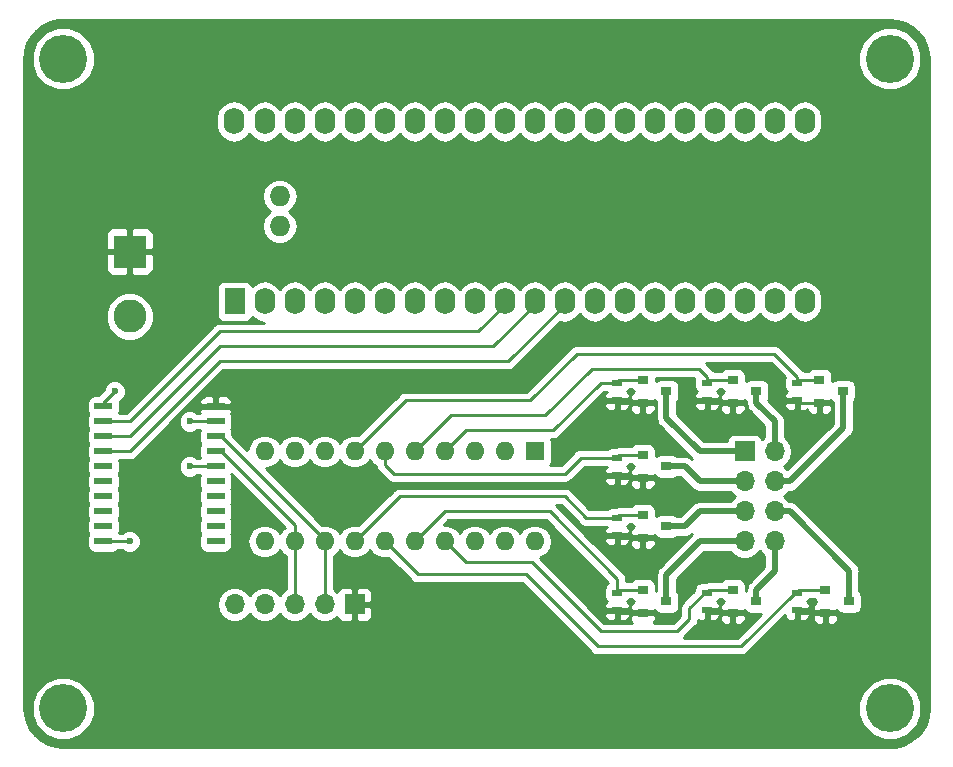
<source format=gbr>
G04 #@! TF.GenerationSoftware,KiCad,Pcbnew,5.0.0*
G04 #@! TF.CreationDate,2018-07-29T15:48:31+02:00*
G04 #@! TF.ProjectId,led_leveldriver,6C65645F6C6576656C6472697665722E,rev?*
G04 #@! TF.SameCoordinates,Original*
G04 #@! TF.FileFunction,Copper,L1,Top,Signal*
G04 #@! TF.FilePolarity,Positive*
%FSLAX46Y46*%
G04 Gerber Fmt 4.6, Leading zero omitted, Abs format (unit mm)*
G04 Created by KiCad (PCBNEW 5.0.0) date Sun Jul 29 15:48:31 2018*
%MOMM*%
%LPD*%
G01*
G04 APERTURE LIST*
G04 #@! TA.AperFunction,ComponentPad*
%ADD10C,4.064000*%
G04 #@! TD*
G04 #@! TA.AperFunction,ComponentPad*
%ADD11O,1.700000X1.700000*%
G04 #@! TD*
G04 #@! TA.AperFunction,ComponentPad*
%ADD12R,1.700000X1.700000*%
G04 #@! TD*
G04 #@! TA.AperFunction,ComponentPad*
%ADD13R,1.727200X2.250000*%
G04 #@! TD*
G04 #@! TA.AperFunction,ComponentPad*
%ADD14O,1.727200X2.250000*%
G04 #@! TD*
G04 #@! TA.AperFunction,ComponentPad*
%ADD15O,1.727200X1.727200*%
G04 #@! TD*
G04 #@! TA.AperFunction,ComponentPad*
%ADD16O,1.600000X1.600000*%
G04 #@! TD*
G04 #@! TA.AperFunction,ComponentPad*
%ADD17R,1.600000X1.600000*%
G04 #@! TD*
G04 #@! TA.AperFunction,ComponentPad*
%ADD18C,2.800000*%
G04 #@! TD*
G04 #@! TA.AperFunction,ComponentPad*
%ADD19R,2.800000X2.800000*%
G04 #@! TD*
G04 #@! TA.AperFunction,SMDPad,CuDef*
%ADD20R,0.900000X0.800000*%
G04 #@! TD*
G04 #@! TA.AperFunction,SMDPad,CuDef*
%ADD21R,0.900000X0.500000*%
G04 #@! TD*
G04 #@! TA.AperFunction,SMDPad,CuDef*
%ADD22R,1.500000X0.600000*%
G04 #@! TD*
G04 #@! TA.AperFunction,ViaPad*
%ADD23C,0.600000*%
G04 #@! TD*
G04 #@! TA.AperFunction,Conductor*
%ADD24C,0.250000*%
G04 #@! TD*
G04 #@! TA.AperFunction,Conductor*
%ADD25C,0.500000*%
G04 #@! TD*
G04 #@! TA.AperFunction,Conductor*
%ADD26C,0.254000*%
G04 #@! TD*
G04 APERTURE END LIST*
D10*
G04 #@! TO.P,REF\002A\002A,1*
G04 #@! TO.N,N/C*
X181734000Y-93820000D03*
G04 #@! TD*
G04 #@! TO.P,REF\002A\002A,1*
G04 #@! TO.N,N/C*
X111734000Y-93820000D03*
G04 #@! TD*
G04 #@! TO.P,REF\002A\002A,1*
G04 #@! TO.N,N/C*
X181734000Y-38820000D03*
G04 #@! TD*
D11*
G04 #@! TO.P,Output,5*
G04 #@! TO.N,GND*
X126254000Y-85024000D03*
G04 #@! TO.P,Output,4*
G04 #@! TO.N,/DOUT*
X128794000Y-85024000D03*
G04 #@! TO.P,Output,3*
G04 #@! TO.N,/RCK*
X131334000Y-85024000D03*
G04 #@! TO.P,Output,2*
G04 #@! TO.N,/SRCK*
X133874000Y-85024000D03*
D12*
G04 #@! TO.P,Output,1*
G04 #@! TO.N,VCC*
X136414000Y-85024000D03*
G04 #@! TD*
D13*
G04 #@! TO.P,U2,1*
G04 #@! TO.N,Net-(U2-Pad1)*
X126254000Y-59370000D03*
D14*
G04 #@! TO.P,U2,2*
G04 #@! TO.N,Net-(U2-Pad2)*
X128794000Y-59370000D03*
G04 #@! TO.P,U2,3*
G04 #@! TO.N,Net-(U2-Pad3)*
X131334000Y-59370000D03*
G04 #@! TO.P,U2,4*
G04 #@! TO.N,Net-(U2-Pad4)*
X133874000Y-59370000D03*
G04 #@! TO.P,U2,5*
G04 #@! TO.N,Net-(U2-Pad5)*
X136414000Y-59370000D03*
G04 #@! TO.P,U2,6*
G04 #@! TO.N,Net-(U2-Pad6)*
X138954000Y-59370000D03*
G04 #@! TO.P,U2,7*
G04 #@! TO.N,Net-(U2-Pad7)*
X141494000Y-59370000D03*
G04 #@! TO.P,U2,8*
G04 #@! TO.N,Net-(U2-Pad8)*
X144034000Y-59370000D03*
G04 #@! TO.P,U2,9*
G04 #@! TO.N,Net-(U2-Pad9)*
X146574000Y-59370000D03*
G04 #@! TO.P,U2,10*
G04 #@! TO.N,Net-(U2-Pad10)*
X149114000Y-59370000D03*
G04 #@! TO.P,U2,11*
G04 #@! TO.N,Net-(U2-Pad11)*
X151654000Y-59370000D03*
G04 #@! TO.P,U2,12*
G04 #@! TO.N,Net-(U2-Pad12)*
X154194000Y-59370000D03*
G04 #@! TO.P,U2,13*
G04 #@! TO.N,Net-(U2-Pad13)*
X156734000Y-59370000D03*
G04 #@! TO.P,U2,14*
G04 #@! TO.N,Net-(U2-Pad14)*
X159274000Y-59370000D03*
G04 #@! TO.P,U2,15*
G04 #@! TO.N,Net-(U2-Pad15)*
X161814000Y-59370000D03*
G04 #@! TO.P,U2,16*
G04 #@! TO.N,Net-(U2-Pad16)*
X164354000Y-59370000D03*
G04 #@! TO.P,U2,17*
G04 #@! TO.N,Net-(U2-Pad17)*
X166894000Y-59370000D03*
G04 #@! TO.P,U2,18*
G04 #@! TO.N,+3V3*
X169434000Y-59370000D03*
G04 #@! TO.P,U2,19*
G04 #@! TO.N,GND*
X171974000Y-59370000D03*
G04 #@! TO.P,U2,20*
X174514000Y-59370000D03*
G04 #@! TO.P,U2,21*
G04 #@! TO.N,Net-(U2-Pad21)*
X174514000Y-44130000D03*
G04 #@! TO.P,U2,22*
G04 #@! TO.N,Net-(U2-Pad22)*
X171974000Y-44130000D03*
G04 #@! TO.P,U2,23*
G04 #@! TO.N,Net-(U2-Pad23)*
X169434000Y-44130000D03*
G04 #@! TO.P,U2,24*
G04 #@! TO.N,Net-(U2-Pad24)*
X166894000Y-44130000D03*
G04 #@! TO.P,U2,25*
G04 #@! TO.N,Net-(U2-Pad25)*
X164354000Y-44130000D03*
G04 #@! TO.P,U2,26*
G04 #@! TO.N,Net-(U2-Pad26)*
X161814000Y-44130000D03*
G04 #@! TO.P,U2,27*
G04 #@! TO.N,Net-(U2-Pad27)*
X159274000Y-44130000D03*
G04 #@! TO.P,U2,28*
G04 #@! TO.N,Net-(U2-Pad28)*
X156734000Y-44130000D03*
G04 #@! TO.P,U2,29*
G04 #@! TO.N,Net-(U2-Pad29)*
X154194000Y-44130000D03*
G04 #@! TO.P,U2,30*
G04 #@! TO.N,Net-(U2-Pad30)*
X151654000Y-44130000D03*
G04 #@! TO.P,U2,31*
G04 #@! TO.N,Net-(U2-Pad31)*
X149114000Y-44130000D03*
G04 #@! TO.P,U2,32*
G04 #@! TO.N,Net-(U2-Pad32)*
X146574000Y-44130000D03*
G04 #@! TO.P,U2,33*
G04 #@! TO.N,Net-(U2-Pad33)*
X144034000Y-44130000D03*
G04 #@! TO.P,U2,34*
G04 #@! TO.N,Net-(U2-Pad34)*
X141494000Y-44130000D03*
G04 #@! TO.P,U2,35*
G04 #@! TO.N,Net-(U2-Pad35)*
X138954000Y-44130000D03*
G04 #@! TO.P,U2,36*
G04 #@! TO.N,Net-(U2-Pad36)*
X136414000Y-44130000D03*
G04 #@! TO.P,U2,37*
G04 #@! TO.N,Net-(U2-Pad37)*
X133874000Y-44130000D03*
G04 #@! TO.P,U2,38*
G04 #@! TO.N,Net-(U2-Pad38)*
X131334000Y-44130000D03*
G04 #@! TO.P,U2,39*
G04 #@! TO.N,GND*
X128794000Y-44130000D03*
G04 #@! TO.P,U2,40*
G04 #@! TO.N,+3V3*
X126203200Y-44130000D03*
D15*
G04 #@! TO.P,U2,41*
G04 #@! TO.N,Net-(U2-Pad41)*
X130064000Y-50470000D03*
G04 #@! TO.P,U2,42*
G04 #@! TO.N,Net-(U2-Pad42)*
X130064000Y-53010000D03*
G04 #@! TD*
D16*
G04 #@! TO.P,IC1,20*
G04 #@! TO.N,Net-(IC1-Pad20)*
X151654000Y-79690000D03*
G04 #@! TO.P,IC1,10*
G04 #@! TO.N,GND*
X128794000Y-72070000D03*
G04 #@! TO.P,IC1,19*
X149114000Y-79690000D03*
G04 #@! TO.P,IC1,9*
X131334000Y-72070000D03*
G04 #@! TO.P,IC1,18*
G04 #@! TO.N,/DOUT*
X146574000Y-79690000D03*
G04 #@! TO.P,IC1,8*
G04 #@! TO.N,Net-(IC1-Pad8)*
X133874000Y-72070000D03*
G04 #@! TO.P,IC1,17*
G04 #@! TO.N,/L7*
X144034000Y-79690000D03*
G04 #@! TO.P,IC1,7*
G04 #@! TO.N,/L3*
X136414000Y-72070000D03*
G04 #@! TO.P,IC1,16*
G04 #@! TO.N,/L6*
X141494000Y-79690000D03*
G04 #@! TO.P,IC1,6*
G04 #@! TO.N,/L2*
X138954000Y-72070000D03*
G04 #@! TO.P,IC1,15*
G04 #@! TO.N,/L5*
X138954000Y-79690000D03*
G04 #@! TO.P,IC1,5*
G04 #@! TO.N,/L1*
X141494000Y-72070000D03*
G04 #@! TO.P,IC1,14*
G04 #@! TO.N,/L4*
X136414000Y-79690000D03*
G04 #@! TO.P,IC1,4*
G04 #@! TO.N,/L0*
X144034000Y-72070000D03*
G04 #@! TO.P,IC1,13*
G04 #@! TO.N,/SRCK*
X133874000Y-79690000D03*
G04 #@! TO.P,IC1,3*
G04 #@! TO.N,/DATA*
X146574000Y-72070000D03*
G04 #@! TO.P,IC1,12*
G04 #@! TO.N,/RCK*
X131334000Y-79690000D03*
G04 #@! TO.P,IC1,2*
G04 #@! TO.N,VCC*
X149114000Y-72070000D03*
G04 #@! TO.P,IC1,11*
G04 #@! TO.N,GND*
X128794000Y-79690000D03*
D17*
G04 #@! TO.P,IC1,1*
G04 #@! TO.N,Net-(IC1-Pad1)*
X151654000Y-72070000D03*
G04 #@! TD*
D18*
G04 #@! TO.P,J2,2*
G04 #@! TO.N,GND*
X117364000Y-60640000D03*
D19*
G04 #@! TO.P,J2,1*
G04 #@! TO.N,VCC*
X117364000Y-55140000D03*
G04 #@! TD*
D20*
G04 #@! TO.P,Q1,3*
G04 #@! TO.N,Net-(J1-Pad1)*
X162814000Y-66990000D03*
G04 #@! TO.P,Q1,2*
G04 #@! TO.N,VCC*
X160814000Y-67940000D03*
G04 #@! TO.P,Q1,1*
G04 #@! TO.N,/L0*
X160814000Y-66040000D03*
G04 #@! TD*
G04 #@! TO.P,Q2,3*
G04 #@! TO.N,Net-(J1-Pad3)*
X162814000Y-73340000D03*
G04 #@! TO.P,Q2,2*
G04 #@! TO.N,VCC*
X160814000Y-74290000D03*
G04 #@! TO.P,Q2,1*
G04 #@! TO.N,/L2*
X160814000Y-72390000D03*
G04 #@! TD*
G04 #@! TO.P,Q3,1*
G04 #@! TO.N,/L4*
X160814000Y-77470000D03*
G04 #@! TO.P,Q3,2*
G04 #@! TO.N,VCC*
X160814000Y-79370000D03*
G04 #@! TO.P,Q3,3*
G04 #@! TO.N,Net-(J1-Pad5)*
X162814000Y-78420000D03*
G04 #@! TD*
G04 #@! TO.P,Q4,1*
G04 #@! TO.N,/L6*
X160814000Y-83820000D03*
G04 #@! TO.P,Q4,2*
G04 #@! TO.N,VCC*
X160814000Y-85720000D03*
G04 #@! TO.P,Q4,3*
G04 #@! TO.N,Net-(J1-Pad7)*
X162814000Y-84770000D03*
G04 #@! TD*
G04 #@! TO.P,Q5,3*
G04 #@! TO.N,Net-(J1-Pad2)*
X170434000Y-66990000D03*
G04 #@! TO.P,Q5,2*
G04 #@! TO.N,VCC*
X168434000Y-67940000D03*
G04 #@! TO.P,Q5,1*
G04 #@! TO.N,/L1*
X168434000Y-66040000D03*
G04 #@! TD*
G04 #@! TO.P,Q6,1*
G04 #@! TO.N,/L3*
X175774000Y-66040000D03*
G04 #@! TO.P,Q6,2*
G04 #@! TO.N,VCC*
X175774000Y-67940000D03*
G04 #@! TO.P,Q6,3*
G04 #@! TO.N,Net-(J1-Pad4)*
X177774000Y-66990000D03*
G04 #@! TD*
G04 #@! TO.P,Q7,3*
G04 #@! TO.N,Net-(J1-Pad6)*
X178274000Y-84770000D03*
G04 #@! TO.P,Q7,2*
G04 #@! TO.N,VCC*
X176274000Y-85720000D03*
G04 #@! TO.P,Q7,1*
G04 #@! TO.N,/L5*
X176274000Y-83820000D03*
G04 #@! TD*
G04 #@! TO.P,Q8,1*
G04 #@! TO.N,/L7*
X168434000Y-83820000D03*
G04 #@! TO.P,Q8,2*
G04 #@! TO.N,VCC*
X168434000Y-85720000D03*
G04 #@! TO.P,Q8,3*
G04 #@! TO.N,Net-(J1-Pad8)*
X170434000Y-84770000D03*
G04 #@! TD*
D21*
G04 #@! TO.P,R3,1*
G04 #@! TO.N,VCC*
X158639000Y-67740000D03*
G04 #@! TO.P,R3,2*
G04 #@! TO.N,/L0*
X158639000Y-66240000D03*
G04 #@! TD*
G04 #@! TO.P,R4,2*
G04 #@! TO.N,/L2*
X158639000Y-72590000D03*
G04 #@! TO.P,R4,1*
G04 #@! TO.N,VCC*
X158639000Y-74090000D03*
G04 #@! TD*
G04 #@! TO.P,R5,1*
G04 #@! TO.N,VCC*
X158639000Y-79170000D03*
G04 #@! TO.P,R5,2*
G04 #@! TO.N,/L4*
X158639000Y-77670000D03*
G04 #@! TD*
G04 #@! TO.P,R6,2*
G04 #@! TO.N,/L6*
X158639000Y-84020000D03*
G04 #@! TO.P,R6,1*
G04 #@! TO.N,VCC*
X158639000Y-85520000D03*
G04 #@! TD*
G04 #@! TO.P,R8,1*
G04 #@! TO.N,VCC*
X166259000Y-67740000D03*
G04 #@! TO.P,R8,2*
G04 #@! TO.N,/L1*
X166259000Y-66240000D03*
G04 #@! TD*
G04 #@! TO.P,R9,2*
G04 #@! TO.N,/L3*
X173879000Y-66240000D03*
G04 #@! TO.P,R9,1*
G04 #@! TO.N,VCC*
X173879000Y-67740000D03*
G04 #@! TD*
G04 #@! TO.P,R10,1*
G04 #@! TO.N,VCC*
X173879000Y-85520000D03*
G04 #@! TO.P,R10,2*
G04 #@! TO.N,/L5*
X173879000Y-84020000D03*
G04 #@! TD*
G04 #@! TO.P,R11,2*
G04 #@! TO.N,/L7*
X166259000Y-84020000D03*
G04 #@! TO.P,R11,1*
G04 #@! TO.N,VCC*
X166259000Y-85520000D03*
G04 #@! TD*
D22*
G04 #@! TO.P,U3,20*
G04 #@! TO.N,VCC*
X124654000Y-68260000D03*
G04 #@! TO.P,U3,19*
G04 #@! TO.N,Net-(R1-Pad2)*
X124654000Y-69530000D03*
G04 #@! TO.P,U3,18*
G04 #@! TO.N,/SRCK*
X124654000Y-70800000D03*
G04 #@! TO.P,U3,17*
G04 #@! TO.N,/RCK*
X124654000Y-72070000D03*
G04 #@! TO.P,U3,16*
G04 #@! TO.N,/DATA*
X124654000Y-73340000D03*
G04 #@! TO.P,U3,15*
G04 #@! TO.N,Net-(U3-Pad15)*
X124654000Y-74610000D03*
G04 #@! TO.P,U3,14*
G04 #@! TO.N,Net-(U3-Pad14)*
X124654000Y-75880000D03*
G04 #@! TO.P,U3,13*
G04 #@! TO.N,Net-(U3-Pad13)*
X124654000Y-77150000D03*
G04 #@! TO.P,U3,12*
G04 #@! TO.N,Net-(U3-Pad12)*
X124654000Y-78420000D03*
G04 #@! TO.P,U3,11*
G04 #@! TO.N,Net-(U3-Pad11)*
X124654000Y-79690000D03*
G04 #@! TO.P,U3,10*
G04 #@! TO.N,GND*
X115154000Y-79690000D03*
G04 #@! TO.P,U3,9*
G04 #@! TO.N,Net-(U3-Pad9)*
X115154000Y-78420000D03*
G04 #@! TO.P,U3,8*
G04 #@! TO.N,Net-(U3-Pad8)*
X115154000Y-77150000D03*
G04 #@! TO.P,U3,7*
G04 #@! TO.N,Net-(U3-Pad7)*
X115154000Y-75880000D03*
G04 #@! TO.P,U3,1*
G04 #@! TO.N,Net-(R2-Pad2)*
X115154000Y-68260000D03*
G04 #@! TO.P,U3,2*
G04 #@! TO.N,Net-(U2-Pad10)*
X115154000Y-69530000D03*
G04 #@! TO.P,U3,3*
G04 #@! TO.N,Net-(U2-Pad11)*
X115154000Y-70800000D03*
G04 #@! TO.P,U3,4*
G04 #@! TO.N,Net-(U2-Pad12)*
X115154000Y-72070000D03*
G04 #@! TO.P,U3,5*
G04 #@! TO.N,Net-(U3-Pad5)*
X115154000Y-73340000D03*
G04 #@! TO.P,U3,6*
G04 #@! TO.N,Net-(U3-Pad6)*
X115154000Y-74610000D03*
G04 #@! TD*
D11*
G04 #@! TO.P,J1,8*
G04 #@! TO.N,Net-(J1-Pad8)*
X171974000Y-79690000D03*
G04 #@! TO.P,J1,7*
G04 #@! TO.N,Net-(J1-Pad7)*
X169434000Y-79690000D03*
G04 #@! TO.P,J1,6*
G04 #@! TO.N,Net-(J1-Pad6)*
X171974000Y-77150000D03*
G04 #@! TO.P,J1,5*
G04 #@! TO.N,Net-(J1-Pad5)*
X169434000Y-77150000D03*
G04 #@! TO.P,J1,4*
G04 #@! TO.N,Net-(J1-Pad4)*
X171974000Y-74610000D03*
G04 #@! TO.P,J1,3*
G04 #@! TO.N,Net-(J1-Pad3)*
X169434000Y-74610000D03*
G04 #@! TO.P,J1,2*
G04 #@! TO.N,Net-(J1-Pad2)*
X171974000Y-72070000D03*
D12*
G04 #@! TO.P,J1,1*
G04 #@! TO.N,Net-(J1-Pad1)*
X169434000Y-72070000D03*
G04 #@! TD*
D10*
G04 #@! TO.P,REF\002A\002A,1*
G04 #@! TO.N,N/C*
X111734000Y-38820000D03*
G04 #@! TD*
D23*
G04 #@! TO.N,VCC*
X133874000Y-47305000D03*
X124984000Y-66990000D03*
X131969000Y-66990000D03*
X175784000Y-69403000D03*
X168418000Y-69403000D03*
X160798000Y-69403000D03*
X160798000Y-75880000D03*
X160798000Y-81087000D03*
X162449000Y-86294000D03*
X168418000Y-87310000D03*
X176292000Y-87310000D03*
X120412000Y-72070000D03*
G04 #@! TO.N,GND*
X117364000Y-79690000D03*
G04 #@! TO.N,/DATA*
X122444000Y-73340000D03*
G04 #@! TO.N,Net-(R1-Pad2)*
X122444000Y-69530000D03*
G04 #@! TO.N,Net-(R2-Pad2)*
X116094000Y-66990000D03*
G04 #@! TD*
D24*
G04 #@! TO.N,VCC*
X158839000Y-67940000D02*
X158639000Y-67740000D01*
X160814000Y-67940000D02*
X158839000Y-67940000D01*
X166459000Y-67940000D02*
X166259000Y-67740000D01*
X168434000Y-67940000D02*
X166459000Y-67940000D01*
X174079000Y-67940000D02*
X173879000Y-67740000D01*
X175774000Y-67940000D02*
X174079000Y-67940000D01*
X174079000Y-85720000D02*
X173879000Y-85520000D01*
X176274000Y-85720000D02*
X174079000Y-85720000D01*
X166459000Y-85720000D02*
X166259000Y-85520000D01*
X168434000Y-85720000D02*
X166459000Y-85720000D01*
X158839000Y-85720000D02*
X158639000Y-85520000D01*
X160814000Y-85720000D02*
X158839000Y-85720000D01*
X158839000Y-79370000D02*
X158639000Y-79170000D01*
X160814000Y-79370000D02*
X158839000Y-79370000D01*
X158839000Y-74290000D02*
X158639000Y-74090000D01*
X160814000Y-74290000D02*
X158839000Y-74290000D01*
D25*
X176274000Y-85720000D02*
X176104000Y-85720000D01*
X175774000Y-69393000D02*
X175784000Y-69403000D01*
X168418000Y-67956000D02*
X168434000Y-67940000D01*
X160798000Y-67956000D02*
X160814000Y-67940000D01*
X160798000Y-74306000D02*
X160814000Y-74290000D01*
X160798000Y-79386000D02*
X160814000Y-79370000D01*
X168418000Y-85736000D02*
X168434000Y-85720000D01*
X176292000Y-85738000D02*
X176274000Y-85720000D01*
D24*
G04 #@! TO.N,/SRCK*
X133874000Y-79690000D02*
X133874000Y-85024000D01*
X133874000Y-79570000D02*
X133874000Y-79690000D01*
X125104000Y-70800000D02*
X133874000Y-79570000D01*
X124654000Y-70800000D02*
X125104000Y-70800000D01*
G04 #@! TO.N,/RCK*
X131334000Y-79690000D02*
X131334000Y-85024000D01*
X131334000Y-78558630D02*
X131334000Y-79690000D01*
X131334000Y-78300000D02*
X131334000Y-78558630D01*
X125104000Y-72070000D02*
X131334000Y-78300000D01*
X124654000Y-72070000D02*
X125104000Y-72070000D01*
G04 #@! TO.N,GND*
X115154000Y-79690000D02*
X117364000Y-79690000D01*
D25*
G04 #@! TO.N,Net-(J1-Pad1)*
X165624000Y-72070000D02*
X169434000Y-72070000D01*
X162814000Y-66990000D02*
X162814000Y-69260000D01*
X162814000Y-69260000D02*
X165624000Y-72070000D01*
G04 #@! TO.N,Net-(J1-Pad2)*
X170434000Y-66990000D02*
X170434000Y-67990000D01*
X171974000Y-69530000D02*
X171974000Y-72070000D01*
X170434000Y-67990000D02*
X171974000Y-69530000D01*
G04 #@! TO.N,Net-(J1-Pad3)*
X165624000Y-74610000D02*
X169434000Y-74610000D01*
X162814000Y-73340000D02*
X164354000Y-73340000D01*
X164354000Y-73340000D02*
X165624000Y-74610000D01*
G04 #@! TO.N,Net-(J1-Pad4)*
X171974000Y-74610000D02*
X173244000Y-74610000D01*
X177774000Y-70080000D02*
X177774000Y-66990000D01*
X173244000Y-74610000D02*
X177774000Y-70080000D01*
G04 #@! TO.N,Net-(J1-Pad5)*
X169434000Y-77150000D02*
X165624000Y-77150000D01*
X164354000Y-78420000D02*
X162814000Y-78420000D01*
X165624000Y-77150000D02*
X164354000Y-78420000D01*
G04 #@! TO.N,Net-(J1-Pad6)*
X171974000Y-77150000D02*
X173244000Y-77150000D01*
X178274000Y-82180000D02*
X178274000Y-84770000D01*
X173244000Y-77150000D02*
X178274000Y-82180000D01*
G04 #@! TO.N,Net-(J1-Pad7)*
X162814000Y-84770000D02*
X162814000Y-82500000D01*
X162814000Y-82500000D02*
X165624000Y-79690000D01*
X165624000Y-79690000D02*
X169434000Y-79690000D01*
G04 #@! TO.N,Net-(J1-Pad8)*
X170434000Y-84770000D02*
X170434000Y-83770000D01*
X171974000Y-82230000D02*
X171974000Y-79690000D01*
X170434000Y-83770000D02*
X171974000Y-82230000D01*
D24*
G04 #@! TO.N,/L7*
X166459000Y-83820000D02*
X166259000Y-84020000D01*
X168434000Y-83820000D02*
X166459000Y-83820000D01*
X166259000Y-84020000D02*
X166059000Y-84020000D01*
X145812000Y-81468000D02*
X144034000Y-79690000D01*
X166059000Y-84020000D02*
X164735000Y-85344000D01*
X163719000Y-87310000D02*
X157242000Y-87310000D01*
X151400000Y-81468000D02*
X145812000Y-81468000D01*
X164735000Y-85344000D02*
X164735000Y-86294000D01*
X164735000Y-86294000D02*
X163719000Y-87310000D01*
X157242000Y-87310000D02*
X151400000Y-81468000D01*
G04 #@! TO.N,/L3*
X174079000Y-66040000D02*
X173879000Y-66240000D01*
X175774000Y-66040000D02*
X174079000Y-66040000D01*
X173879000Y-65740000D02*
X173879000Y-66240000D01*
X155210000Y-63815000D02*
X171954000Y-63815000D01*
X171954000Y-63815000D02*
X173879000Y-65740000D01*
X151273000Y-67752000D02*
X155210000Y-63815000D01*
X136414000Y-72070000D02*
X140732000Y-67752000D01*
X140732000Y-67752000D02*
X151273000Y-67752000D01*
G04 #@! TO.N,/L6*
X158839000Y-83820000D02*
X158639000Y-84020000D01*
X160814000Y-83820000D02*
X158839000Y-83820000D01*
X158639000Y-82865000D02*
X158639000Y-84020000D01*
X152924000Y-77150000D02*
X158639000Y-82865000D01*
X141494000Y-79690000D02*
X144034000Y-77150000D01*
X144034000Y-77150000D02*
X152924000Y-77150000D01*
G04 #@! TO.N,/L2*
X158839000Y-72390000D02*
X158639000Y-72590000D01*
X160814000Y-72390000D02*
X158839000Y-72390000D01*
X138954000Y-73201370D02*
X139727630Y-73975000D01*
X138954000Y-72070000D02*
X138954000Y-73201370D01*
X139727630Y-73975000D02*
X154194000Y-73975000D01*
X155579000Y-72590000D02*
X158639000Y-72590000D01*
X154194000Y-73975000D02*
X155579000Y-72590000D01*
G04 #@! TO.N,/L5*
X174079000Y-83820000D02*
X173879000Y-84020000D01*
X176274000Y-83820000D02*
X174079000Y-83820000D01*
X140732000Y-81468000D02*
X138954000Y-79690000D01*
X173679000Y-84020000D02*
X169119000Y-88580000D01*
X169119000Y-88580000D02*
X156988000Y-88580000D01*
X141748000Y-82484000D02*
X140732000Y-81468000D01*
X173879000Y-84020000D02*
X173679000Y-84020000D01*
X156988000Y-88580000D02*
X150892000Y-82484000D01*
X150892000Y-82484000D02*
X141748000Y-82484000D01*
G04 #@! TO.N,/L1*
X166459000Y-66040000D02*
X166259000Y-66240000D01*
X168434000Y-66040000D02*
X166459000Y-66040000D01*
X166259000Y-65740000D02*
X165604000Y-65085000D01*
X166259000Y-66240000D02*
X166259000Y-65740000D01*
X152543000Y-69022000D02*
X156480000Y-65085000D01*
X144542000Y-69022000D02*
X152543000Y-69022000D01*
X165604000Y-65085000D02*
X156480000Y-65085000D01*
X144542000Y-69022000D02*
X141494000Y-72070000D01*
G04 #@! TO.N,/L4*
X158839000Y-77470000D02*
X158639000Y-77670000D01*
X160814000Y-77470000D02*
X158839000Y-77470000D01*
X158639000Y-77670000D02*
X155984000Y-77670000D01*
X155984000Y-77670000D02*
X154194000Y-75880000D01*
X136414000Y-79690000D02*
X140224000Y-75880000D01*
X154194000Y-75880000D02*
X140224000Y-75880000D01*
G04 #@! TO.N,/L0*
X158839000Y-66040000D02*
X158639000Y-66240000D01*
X160814000Y-66040000D02*
X158839000Y-66040000D01*
X153190000Y-70292000D02*
X157242000Y-66240000D01*
X145812000Y-70292000D02*
X153190000Y-70292000D01*
X158639000Y-66240000D02*
X157242000Y-66240000D01*
X145812000Y-70292000D02*
X144034000Y-72070000D01*
G04 #@! TO.N,/DATA*
X124654000Y-73340000D02*
X122444000Y-73340000D01*
G04 #@! TO.N,Net-(R1-Pad2)*
X122444000Y-69530000D02*
X124654000Y-69530000D01*
G04 #@! TO.N,Net-(R2-Pad2)*
X115154000Y-68260000D02*
X115154000Y-67930000D01*
X115154000Y-67930000D02*
X116094000Y-66990000D01*
G04 #@! TO.N,Net-(U2-Pad10)*
X124984000Y-61910000D02*
X146835400Y-61910000D01*
X149114000Y-59631400D02*
X149114000Y-59370000D01*
X115154000Y-69530000D02*
X117364000Y-69530000D01*
X146835400Y-61910000D02*
X149114000Y-59631400D01*
X117364000Y-69530000D02*
X124984000Y-61910000D01*
G04 #@! TO.N,Net-(U2-Pad11)*
X151654000Y-59631400D02*
X148105400Y-63180000D01*
X151654000Y-59370000D02*
X151654000Y-59631400D01*
X137684000Y-63180000D02*
X137430000Y-63180000D01*
X148105400Y-63180000D02*
X137430000Y-63180000D01*
X116424000Y-70800000D02*
X115154000Y-70800000D01*
X137430000Y-63180000D02*
X126254000Y-63180000D01*
X117364000Y-70800000D02*
X124984000Y-63180000D01*
X117364000Y-70800000D02*
X116424000Y-70800000D01*
X124984000Y-63180000D02*
X126254000Y-63180000D01*
G04 #@! TO.N,Net-(U2-Pad12)*
X154194000Y-59631400D02*
X154194000Y-59370000D01*
X149375400Y-64450000D02*
X154194000Y-59631400D01*
X126254000Y-64450000D02*
X149375400Y-64450000D01*
X117364000Y-72070000D02*
X124984000Y-64450000D01*
X115154000Y-72070000D02*
X117364000Y-72070000D01*
X124984000Y-64450000D02*
X126254000Y-64450000D01*
G04 #@! TD*
D26*
G04 #@! TO.N,VCC*
G36*
X182394809Y-35600776D02*
X183028631Y-35799404D01*
X183609562Y-36121418D01*
X184113879Y-36553670D01*
X184520981Y-37078503D01*
X184814234Y-37674473D01*
X184983868Y-38325707D01*
X185024000Y-38847269D01*
X185024001Y-93784026D01*
X184953224Y-94480812D01*
X184754596Y-95114631D01*
X184432582Y-95695561D01*
X184000329Y-96199879D01*
X183475497Y-96606981D01*
X182879532Y-96900232D01*
X182228297Y-97069867D01*
X181706731Y-97110000D01*
X111769964Y-97110000D01*
X111073188Y-97039224D01*
X110439369Y-96840596D01*
X109858439Y-96518582D01*
X109354121Y-96086329D01*
X108947019Y-95561497D01*
X108653768Y-94965532D01*
X108484133Y-94314297D01*
X108444000Y-93792731D01*
X108444000Y-93289501D01*
X109067000Y-93289501D01*
X109067000Y-94350499D01*
X109473026Y-95330734D01*
X110223266Y-96080974D01*
X111203501Y-96487000D01*
X112264499Y-96487000D01*
X113244734Y-96080974D01*
X113994974Y-95330734D01*
X114401000Y-94350499D01*
X114401000Y-93289501D01*
X179067000Y-93289501D01*
X179067000Y-94350499D01*
X179473026Y-95330734D01*
X180223266Y-96080974D01*
X181203501Y-96487000D01*
X182264499Y-96487000D01*
X183244734Y-96080974D01*
X183994974Y-95330734D01*
X184401000Y-94350499D01*
X184401000Y-93289501D01*
X183994974Y-92309266D01*
X183244734Y-91559026D01*
X182264499Y-91153000D01*
X181203501Y-91153000D01*
X180223266Y-91559026D01*
X179473026Y-92309266D01*
X179067000Y-93289501D01*
X114401000Y-93289501D01*
X113994974Y-92309266D01*
X113244734Y-91559026D01*
X112264499Y-91153000D01*
X111203501Y-91153000D01*
X110223266Y-91559026D01*
X109473026Y-92309266D01*
X109067000Y-93289501D01*
X108444000Y-93289501D01*
X108444000Y-67960000D01*
X113756560Y-67960000D01*
X113756560Y-68560000D01*
X113805843Y-68807765D01*
X113864132Y-68895000D01*
X113805843Y-68982235D01*
X113756560Y-69230000D01*
X113756560Y-69830000D01*
X113805843Y-70077765D01*
X113864132Y-70165000D01*
X113805843Y-70252235D01*
X113756560Y-70500000D01*
X113756560Y-71100000D01*
X113805843Y-71347765D01*
X113864132Y-71435000D01*
X113805843Y-71522235D01*
X113756560Y-71770000D01*
X113756560Y-72370000D01*
X113805843Y-72617765D01*
X113864132Y-72705000D01*
X113805843Y-72792235D01*
X113756560Y-73040000D01*
X113756560Y-73640000D01*
X113805843Y-73887765D01*
X113864132Y-73975000D01*
X113805843Y-74062235D01*
X113756560Y-74310000D01*
X113756560Y-74910000D01*
X113805843Y-75157765D01*
X113864132Y-75245000D01*
X113805843Y-75332235D01*
X113756560Y-75580000D01*
X113756560Y-76180000D01*
X113805843Y-76427765D01*
X113864132Y-76515000D01*
X113805843Y-76602235D01*
X113756560Y-76850000D01*
X113756560Y-77450000D01*
X113805843Y-77697765D01*
X113864132Y-77785000D01*
X113805843Y-77872235D01*
X113756560Y-78120000D01*
X113756560Y-78720000D01*
X113805843Y-78967765D01*
X113864132Y-79055000D01*
X113805843Y-79142235D01*
X113756560Y-79390000D01*
X113756560Y-79990000D01*
X113805843Y-80237765D01*
X113946191Y-80447809D01*
X114156235Y-80588157D01*
X114404000Y-80637440D01*
X115904000Y-80637440D01*
X116151765Y-80588157D01*
X116358530Y-80450000D01*
X116801710Y-80450000D01*
X116834365Y-80482655D01*
X117178017Y-80625000D01*
X117549983Y-80625000D01*
X117893635Y-80482655D01*
X118156655Y-80219635D01*
X118299000Y-79875983D01*
X118299000Y-79504017D01*
X118156655Y-79160365D01*
X117893635Y-78897345D01*
X117549983Y-78755000D01*
X117178017Y-78755000D01*
X116834365Y-78897345D01*
X116801710Y-78930000D01*
X116509669Y-78930000D01*
X116551440Y-78720000D01*
X116551440Y-78120000D01*
X116502157Y-77872235D01*
X116443868Y-77785000D01*
X116502157Y-77697765D01*
X116551440Y-77450000D01*
X116551440Y-76850000D01*
X116502157Y-76602235D01*
X116443868Y-76515000D01*
X116502157Y-76427765D01*
X116551440Y-76180000D01*
X116551440Y-75580000D01*
X116502157Y-75332235D01*
X116443868Y-75245000D01*
X116502157Y-75157765D01*
X116551440Y-74910000D01*
X116551440Y-74310000D01*
X116502157Y-74062235D01*
X116443868Y-73975000D01*
X116502157Y-73887765D01*
X116551440Y-73640000D01*
X116551440Y-73040000D01*
X116509669Y-72830000D01*
X117289153Y-72830000D01*
X117364000Y-72844888D01*
X117438847Y-72830000D01*
X117438852Y-72830000D01*
X117660537Y-72785904D01*
X117911929Y-72617929D01*
X117954331Y-72554470D01*
X121164784Y-69344017D01*
X121509000Y-69344017D01*
X121509000Y-69715983D01*
X121651345Y-70059635D01*
X121914365Y-70322655D01*
X122258017Y-70465000D01*
X122629983Y-70465000D01*
X122973635Y-70322655D01*
X123006290Y-70290000D01*
X123298331Y-70290000D01*
X123256560Y-70500000D01*
X123256560Y-71100000D01*
X123305843Y-71347765D01*
X123364132Y-71435000D01*
X123305843Y-71522235D01*
X123256560Y-71770000D01*
X123256560Y-72370000D01*
X123298331Y-72580000D01*
X123006290Y-72580000D01*
X122973635Y-72547345D01*
X122629983Y-72405000D01*
X122258017Y-72405000D01*
X121914365Y-72547345D01*
X121651345Y-72810365D01*
X121509000Y-73154017D01*
X121509000Y-73525983D01*
X121651345Y-73869635D01*
X121914365Y-74132655D01*
X122258017Y-74275000D01*
X122629983Y-74275000D01*
X122973635Y-74132655D01*
X123006290Y-74100000D01*
X123298331Y-74100000D01*
X123256560Y-74310000D01*
X123256560Y-74910000D01*
X123305843Y-75157765D01*
X123364132Y-75245000D01*
X123305843Y-75332235D01*
X123256560Y-75580000D01*
X123256560Y-76180000D01*
X123305843Y-76427765D01*
X123364132Y-76515000D01*
X123305843Y-76602235D01*
X123256560Y-76850000D01*
X123256560Y-77450000D01*
X123305843Y-77697765D01*
X123364132Y-77785000D01*
X123305843Y-77872235D01*
X123256560Y-78120000D01*
X123256560Y-78720000D01*
X123305843Y-78967765D01*
X123364132Y-79055000D01*
X123305843Y-79142235D01*
X123256560Y-79390000D01*
X123256560Y-79990000D01*
X123305843Y-80237765D01*
X123446191Y-80447809D01*
X123656235Y-80588157D01*
X123904000Y-80637440D01*
X125404000Y-80637440D01*
X125651765Y-80588157D01*
X125861809Y-80447809D01*
X126002157Y-80237765D01*
X126051440Y-79990000D01*
X126051440Y-79390000D01*
X126002157Y-79142235D01*
X125943868Y-79055000D01*
X126002157Y-78967765D01*
X126051440Y-78720000D01*
X126051440Y-78120000D01*
X126002157Y-77872235D01*
X125943868Y-77785000D01*
X126002157Y-77697765D01*
X126051440Y-77450000D01*
X126051440Y-76850000D01*
X126002157Y-76602235D01*
X125943868Y-76515000D01*
X126002157Y-76427765D01*
X126051440Y-76180000D01*
X126051440Y-75580000D01*
X126002157Y-75332235D01*
X125943868Y-75245000D01*
X126002157Y-75157765D01*
X126051440Y-74910000D01*
X126051440Y-74310000D01*
X126002157Y-74062235D01*
X125963340Y-74004141D01*
X130488370Y-78529173D01*
X130299423Y-78655423D01*
X130064000Y-79007758D01*
X129828577Y-78655423D01*
X129353909Y-78338260D01*
X128935333Y-78255000D01*
X128652667Y-78255000D01*
X128234091Y-78338260D01*
X127759423Y-78655423D01*
X127442260Y-79130091D01*
X127330887Y-79690000D01*
X127442260Y-80249909D01*
X127759423Y-80724577D01*
X128234091Y-81041740D01*
X128652667Y-81125000D01*
X128935333Y-81125000D01*
X129353909Y-81041740D01*
X129828577Y-80724577D01*
X130064000Y-80372242D01*
X130299423Y-80724577D01*
X130574000Y-80908044D01*
X130574001Y-83745822D01*
X130263375Y-83953375D01*
X130064000Y-84251761D01*
X129864625Y-83953375D01*
X129373418Y-83625161D01*
X128940256Y-83539000D01*
X128647744Y-83539000D01*
X128214582Y-83625161D01*
X127723375Y-83953375D01*
X127524000Y-84251761D01*
X127324625Y-83953375D01*
X126833418Y-83625161D01*
X126400256Y-83539000D01*
X126107744Y-83539000D01*
X125674582Y-83625161D01*
X125183375Y-83953375D01*
X124855161Y-84444582D01*
X124739908Y-85024000D01*
X124855161Y-85603418D01*
X125183375Y-86094625D01*
X125674582Y-86422839D01*
X126107744Y-86509000D01*
X126400256Y-86509000D01*
X126833418Y-86422839D01*
X127324625Y-86094625D01*
X127524000Y-85796239D01*
X127723375Y-86094625D01*
X128214582Y-86422839D01*
X128647744Y-86509000D01*
X128940256Y-86509000D01*
X129373418Y-86422839D01*
X129864625Y-86094625D01*
X130064000Y-85796239D01*
X130263375Y-86094625D01*
X130754582Y-86422839D01*
X131187744Y-86509000D01*
X131480256Y-86509000D01*
X131913418Y-86422839D01*
X132404625Y-86094625D01*
X132604000Y-85796239D01*
X132803375Y-86094625D01*
X133294582Y-86422839D01*
X133727744Y-86509000D01*
X134020256Y-86509000D01*
X134453418Y-86422839D01*
X134944625Y-86094625D01*
X134959096Y-86072967D01*
X135025673Y-86233698D01*
X135204301Y-86412327D01*
X135437690Y-86509000D01*
X136128250Y-86509000D01*
X136287000Y-86350250D01*
X136287000Y-85151000D01*
X136541000Y-85151000D01*
X136541000Y-86350250D01*
X136699750Y-86509000D01*
X137390310Y-86509000D01*
X137623699Y-86412327D01*
X137802327Y-86233698D01*
X137899000Y-86000309D01*
X137899000Y-85309750D01*
X137740250Y-85151000D01*
X136541000Y-85151000D01*
X136287000Y-85151000D01*
X136267000Y-85151000D01*
X136267000Y-84897000D01*
X136287000Y-84897000D01*
X136287000Y-83697750D01*
X136541000Y-83697750D01*
X136541000Y-84897000D01*
X137740250Y-84897000D01*
X137899000Y-84738250D01*
X137899000Y-84047691D01*
X137802327Y-83814302D01*
X137623699Y-83635673D01*
X137390310Y-83539000D01*
X136699750Y-83539000D01*
X136541000Y-83697750D01*
X136287000Y-83697750D01*
X136128250Y-83539000D01*
X135437690Y-83539000D01*
X135204301Y-83635673D01*
X135025673Y-83814302D01*
X134959096Y-83975033D01*
X134944625Y-83953375D01*
X134634000Y-83745822D01*
X134634000Y-80908043D01*
X134908577Y-80724577D01*
X135144000Y-80372242D01*
X135379423Y-80724577D01*
X135854091Y-81041740D01*
X136272667Y-81125000D01*
X136555333Y-81125000D01*
X136973909Y-81041740D01*
X137448577Y-80724577D01*
X137684000Y-80372242D01*
X137919423Y-80724577D01*
X138394091Y-81041740D01*
X138812667Y-81125000D01*
X139095333Y-81125000D01*
X139277886Y-81088688D01*
X140247527Y-82058329D01*
X140247530Y-82058331D01*
X141157670Y-82968472D01*
X141200071Y-83031929D01*
X141451463Y-83199904D01*
X141673148Y-83244000D01*
X141673153Y-83244000D01*
X141748000Y-83258888D01*
X141822847Y-83244000D01*
X150577199Y-83244000D01*
X156397671Y-89064473D01*
X156440071Y-89127929D01*
X156691463Y-89295904D01*
X156913148Y-89340000D01*
X156913153Y-89340000D01*
X156988000Y-89354888D01*
X157062847Y-89340000D01*
X169044153Y-89340000D01*
X169119000Y-89354888D01*
X169193847Y-89340000D01*
X169193852Y-89340000D01*
X169415537Y-89295904D01*
X169666929Y-89127929D01*
X169709331Y-89064470D01*
X172818454Y-85955347D01*
X172890673Y-86129698D01*
X173069301Y-86308327D01*
X173302690Y-86405000D01*
X173593250Y-86405000D01*
X173752000Y-86246250D01*
X173752000Y-85645000D01*
X174006000Y-85645000D01*
X174006000Y-86246250D01*
X174164750Y-86405000D01*
X174455310Y-86405000D01*
X174688699Y-86308327D01*
X174867327Y-86129698D01*
X174918668Y-86005750D01*
X175189000Y-86005750D01*
X175189000Y-86246310D01*
X175285673Y-86479699D01*
X175464302Y-86658327D01*
X175697691Y-86755000D01*
X175988250Y-86755000D01*
X176147000Y-86596250D01*
X176147000Y-85847000D01*
X176401000Y-85847000D01*
X176401000Y-86596250D01*
X176559750Y-86755000D01*
X176850309Y-86755000D01*
X177083698Y-86658327D01*
X177262327Y-86479699D01*
X177359000Y-86246310D01*
X177359000Y-86005750D01*
X177200250Y-85847000D01*
X176401000Y-85847000D01*
X176147000Y-85847000D01*
X175347750Y-85847000D01*
X175189000Y-86005750D01*
X174918668Y-86005750D01*
X174964000Y-85896309D01*
X174964000Y-85803750D01*
X174805250Y-85645000D01*
X174006000Y-85645000D01*
X173752000Y-85645000D01*
X173732000Y-85645000D01*
X173732000Y-85395000D01*
X173752000Y-85395000D01*
X173752000Y-85373000D01*
X174006000Y-85373000D01*
X174006000Y-85395000D01*
X174805250Y-85395000D01*
X174964000Y-85236250D01*
X174964000Y-85143691D01*
X174867327Y-84910302D01*
X174725680Y-84768654D01*
X174786809Y-84727809D01*
X174885573Y-84580000D01*
X175300837Y-84580000D01*
X175366191Y-84677809D01*
X175499694Y-84767013D01*
X175464302Y-84781673D01*
X175285673Y-84960301D01*
X175189000Y-85193690D01*
X175189000Y-85434250D01*
X175347750Y-85593000D01*
X176147000Y-85593000D01*
X176147000Y-85573000D01*
X176401000Y-85573000D01*
X176401000Y-85593000D01*
X177200250Y-85593000D01*
X177285781Y-85507469D01*
X177366191Y-85627809D01*
X177576235Y-85768157D01*
X177824000Y-85817440D01*
X178724000Y-85817440D01*
X178971765Y-85768157D01*
X179181809Y-85627809D01*
X179322157Y-85417765D01*
X179371440Y-85170000D01*
X179371440Y-84370000D01*
X179322157Y-84122235D01*
X179181809Y-83912191D01*
X179159000Y-83896950D01*
X179159000Y-82267159D01*
X179176337Y-82179999D01*
X179159000Y-82092839D01*
X179159000Y-82092835D01*
X179107652Y-81834690D01*
X178912049Y-81541951D01*
X178838156Y-81492577D01*
X173931425Y-76585847D01*
X173882049Y-76511951D01*
X173589310Y-76316348D01*
X173331165Y-76265000D01*
X173331161Y-76265000D01*
X173244000Y-76247663D01*
X173167269Y-76262925D01*
X173044625Y-76079375D01*
X172746239Y-75880000D01*
X173044625Y-75680625D01*
X173167269Y-75497075D01*
X173244000Y-75512337D01*
X173331161Y-75495000D01*
X173331165Y-75495000D01*
X173589310Y-75443652D01*
X173882049Y-75248049D01*
X173931425Y-75174153D01*
X178338156Y-70767423D01*
X178412049Y-70718049D01*
X178607652Y-70425310D01*
X178659000Y-70167165D01*
X178659000Y-70167161D01*
X178676337Y-70080001D01*
X178659000Y-69992841D01*
X178659000Y-67863050D01*
X178681809Y-67847809D01*
X178822157Y-67637765D01*
X178871440Y-67390000D01*
X178871440Y-66590000D01*
X178822157Y-66342235D01*
X178681809Y-66132191D01*
X178471765Y-65991843D01*
X178224000Y-65942560D01*
X177324000Y-65942560D01*
X177076235Y-65991843D01*
X176871440Y-66128684D01*
X176871440Y-65640000D01*
X176822157Y-65392235D01*
X176681809Y-65182191D01*
X176471765Y-65041843D01*
X176224000Y-64992560D01*
X175324000Y-64992560D01*
X175076235Y-65041843D01*
X174866191Y-65182191D01*
X174800837Y-65280000D01*
X174485681Y-65280000D01*
X174426929Y-65192071D01*
X174363473Y-65149671D01*
X172544331Y-63330530D01*
X172501929Y-63267071D01*
X172250537Y-63099096D01*
X172028852Y-63055000D01*
X172028847Y-63055000D01*
X171954000Y-63040112D01*
X171879153Y-63055000D01*
X155284848Y-63055000D01*
X155210000Y-63040112D01*
X155135152Y-63055000D01*
X155135148Y-63055000D01*
X154961605Y-63089520D01*
X154913462Y-63099096D01*
X154792380Y-63180001D01*
X154662071Y-63267071D01*
X154619671Y-63330527D01*
X150958199Y-66992000D01*
X140806846Y-66992000D01*
X140731999Y-66977112D01*
X140657152Y-66992000D01*
X140657148Y-66992000D01*
X140435463Y-67036096D01*
X140184071Y-67204071D01*
X140141671Y-67267527D01*
X136737887Y-70671312D01*
X136555333Y-70635000D01*
X136272667Y-70635000D01*
X135854091Y-70718260D01*
X135379423Y-71035423D01*
X135144000Y-71387758D01*
X134908577Y-71035423D01*
X134433909Y-70718260D01*
X134015333Y-70635000D01*
X133732667Y-70635000D01*
X133314091Y-70718260D01*
X132839423Y-71035423D01*
X132604000Y-71387758D01*
X132368577Y-71035423D01*
X131893909Y-70718260D01*
X131475333Y-70635000D01*
X131192667Y-70635000D01*
X130774091Y-70718260D01*
X130299423Y-71035423D01*
X130064000Y-71387758D01*
X129828577Y-71035423D01*
X129353909Y-70718260D01*
X128935333Y-70635000D01*
X128652667Y-70635000D01*
X128234091Y-70718260D01*
X127759423Y-71035423D01*
X127442260Y-71510091D01*
X127350450Y-71971649D01*
X126051440Y-70672639D01*
X126051440Y-70500000D01*
X126002157Y-70252235D01*
X125943868Y-70165000D01*
X126002157Y-70077765D01*
X126051440Y-69830000D01*
X126051440Y-69230000D01*
X126002157Y-68982235D01*
X125949232Y-68903028D01*
X126039000Y-68686310D01*
X126039000Y-68545750D01*
X125880250Y-68387000D01*
X124781000Y-68387000D01*
X124781000Y-68407000D01*
X124527000Y-68407000D01*
X124527000Y-68387000D01*
X123427750Y-68387000D01*
X123269000Y-68545750D01*
X123269000Y-68686310D01*
X123303666Y-68770000D01*
X123006290Y-68770000D01*
X122973635Y-68737345D01*
X122629983Y-68595000D01*
X122258017Y-68595000D01*
X121914365Y-68737345D01*
X121651345Y-69000365D01*
X121509000Y-69344017D01*
X121164784Y-69344017D01*
X122675111Y-67833690D01*
X123269000Y-67833690D01*
X123269000Y-67974250D01*
X123427750Y-68133000D01*
X124527000Y-68133000D01*
X124527000Y-67483750D01*
X124781000Y-67483750D01*
X124781000Y-68133000D01*
X125880250Y-68133000D01*
X126039000Y-67974250D01*
X126039000Y-67833690D01*
X125942327Y-67600301D01*
X125763698Y-67421673D01*
X125530309Y-67325000D01*
X124939750Y-67325000D01*
X124781000Y-67483750D01*
X124527000Y-67483750D01*
X124368250Y-67325000D01*
X123777691Y-67325000D01*
X123544302Y-67421673D01*
X123365673Y-67600301D01*
X123269000Y-67833690D01*
X122675111Y-67833690D01*
X125298803Y-65210000D01*
X149300553Y-65210000D01*
X149375400Y-65224888D01*
X149450247Y-65210000D01*
X149450252Y-65210000D01*
X149671937Y-65165904D01*
X149923329Y-64997929D01*
X149965731Y-64934470D01*
X153816027Y-61084175D01*
X154194000Y-61159359D01*
X154778725Y-61043050D01*
X155274430Y-60711830D01*
X155464000Y-60428119D01*
X155653570Y-60711830D01*
X156149276Y-61043050D01*
X156734000Y-61159359D01*
X157318725Y-61043050D01*
X157814430Y-60711830D01*
X158004000Y-60428119D01*
X158193570Y-60711830D01*
X158689276Y-61043050D01*
X159274000Y-61159359D01*
X159858725Y-61043050D01*
X160354430Y-60711830D01*
X160544000Y-60428119D01*
X160733570Y-60711830D01*
X161229276Y-61043050D01*
X161814000Y-61159359D01*
X162398725Y-61043050D01*
X162894430Y-60711830D01*
X163084000Y-60428119D01*
X163273570Y-60711830D01*
X163769276Y-61043050D01*
X164354000Y-61159359D01*
X164938725Y-61043050D01*
X165434430Y-60711830D01*
X165624000Y-60428119D01*
X165813570Y-60711830D01*
X166309276Y-61043050D01*
X166894000Y-61159359D01*
X167478725Y-61043050D01*
X167974430Y-60711830D01*
X168164000Y-60428119D01*
X168353570Y-60711830D01*
X168849276Y-61043050D01*
X169434000Y-61159359D01*
X170018725Y-61043050D01*
X170514430Y-60711830D01*
X170704000Y-60428119D01*
X170893570Y-60711830D01*
X171389276Y-61043050D01*
X171974000Y-61159359D01*
X172558725Y-61043050D01*
X173054430Y-60711830D01*
X173244000Y-60428119D01*
X173433570Y-60711830D01*
X173929276Y-61043050D01*
X174514000Y-61159359D01*
X175098725Y-61043050D01*
X175594430Y-60711830D01*
X175925650Y-60216125D01*
X176012600Y-59778997D01*
X176012600Y-58961002D01*
X175925650Y-58523875D01*
X175594430Y-58028170D01*
X175098724Y-57696950D01*
X174514000Y-57580641D01*
X173929275Y-57696950D01*
X173433570Y-58028170D01*
X173244000Y-58311881D01*
X173054430Y-58028170D01*
X172558724Y-57696950D01*
X171974000Y-57580641D01*
X171389275Y-57696950D01*
X170893570Y-58028170D01*
X170704000Y-58311881D01*
X170514430Y-58028170D01*
X170018724Y-57696950D01*
X169434000Y-57580641D01*
X168849275Y-57696950D01*
X168353570Y-58028170D01*
X168164000Y-58311881D01*
X167974430Y-58028170D01*
X167478724Y-57696950D01*
X166894000Y-57580641D01*
X166309275Y-57696950D01*
X165813570Y-58028170D01*
X165624000Y-58311881D01*
X165434430Y-58028170D01*
X164938724Y-57696950D01*
X164354000Y-57580641D01*
X163769275Y-57696950D01*
X163273570Y-58028170D01*
X163084000Y-58311881D01*
X162894430Y-58028170D01*
X162398724Y-57696950D01*
X161814000Y-57580641D01*
X161229275Y-57696950D01*
X160733570Y-58028170D01*
X160544000Y-58311881D01*
X160354430Y-58028170D01*
X159858724Y-57696950D01*
X159274000Y-57580641D01*
X158689275Y-57696950D01*
X158193570Y-58028170D01*
X158004000Y-58311881D01*
X157814430Y-58028170D01*
X157318724Y-57696950D01*
X156734000Y-57580641D01*
X156149275Y-57696950D01*
X155653570Y-58028170D01*
X155464000Y-58311881D01*
X155274430Y-58028170D01*
X154778724Y-57696950D01*
X154194000Y-57580641D01*
X153609275Y-57696950D01*
X153113570Y-58028170D01*
X152924000Y-58311881D01*
X152734430Y-58028170D01*
X152238724Y-57696950D01*
X151654000Y-57580641D01*
X151069275Y-57696950D01*
X150573570Y-58028170D01*
X150384000Y-58311881D01*
X150194430Y-58028170D01*
X149698724Y-57696950D01*
X149114000Y-57580641D01*
X148529275Y-57696950D01*
X148033570Y-58028170D01*
X147844000Y-58311881D01*
X147654430Y-58028170D01*
X147158724Y-57696950D01*
X146574000Y-57580641D01*
X145989275Y-57696950D01*
X145493570Y-58028170D01*
X145304000Y-58311881D01*
X145114430Y-58028170D01*
X144618724Y-57696950D01*
X144034000Y-57580641D01*
X143449275Y-57696950D01*
X142953570Y-58028170D01*
X142764000Y-58311881D01*
X142574430Y-58028170D01*
X142078724Y-57696950D01*
X141494000Y-57580641D01*
X140909275Y-57696950D01*
X140413570Y-58028170D01*
X140224000Y-58311881D01*
X140034430Y-58028170D01*
X139538724Y-57696950D01*
X138954000Y-57580641D01*
X138369275Y-57696950D01*
X137873570Y-58028170D01*
X137684000Y-58311881D01*
X137494430Y-58028170D01*
X136998724Y-57696950D01*
X136414000Y-57580641D01*
X135829275Y-57696950D01*
X135333570Y-58028170D01*
X135144000Y-58311881D01*
X134954430Y-58028170D01*
X134458724Y-57696950D01*
X133874000Y-57580641D01*
X133289275Y-57696950D01*
X132793570Y-58028170D01*
X132604000Y-58311881D01*
X132414430Y-58028170D01*
X131918724Y-57696950D01*
X131334000Y-57580641D01*
X130749275Y-57696950D01*
X130253570Y-58028170D01*
X130064000Y-58311881D01*
X129874430Y-58028170D01*
X129378724Y-57696950D01*
X128794000Y-57580641D01*
X128209275Y-57696950D01*
X127720932Y-58023251D01*
X127715757Y-57997235D01*
X127575409Y-57787191D01*
X127365365Y-57646843D01*
X127117600Y-57597560D01*
X125390400Y-57597560D01*
X125142635Y-57646843D01*
X124932591Y-57787191D01*
X124792243Y-57997235D01*
X124742960Y-58245000D01*
X124742960Y-60495000D01*
X124792243Y-60742765D01*
X124932591Y-60952809D01*
X125142635Y-61093157D01*
X125390400Y-61142440D01*
X127117600Y-61142440D01*
X127365365Y-61093157D01*
X127575409Y-60952809D01*
X127715757Y-60742765D01*
X127720932Y-60716749D01*
X128209276Y-61043050D01*
X128746949Y-61150000D01*
X125058846Y-61150000D01*
X124983999Y-61135112D01*
X124909152Y-61150000D01*
X124909148Y-61150000D01*
X124687463Y-61194096D01*
X124687461Y-61194097D01*
X124687462Y-61194097D01*
X124499526Y-61319671D01*
X124499524Y-61319673D01*
X124436071Y-61362071D01*
X124393673Y-61425524D01*
X117049199Y-68770000D01*
X116509669Y-68770000D01*
X116551440Y-68560000D01*
X116551440Y-67960000D01*
X116524345Y-67823782D01*
X116623635Y-67782655D01*
X116886655Y-67519635D01*
X117029000Y-67175983D01*
X117029000Y-66804017D01*
X116886655Y-66460365D01*
X116623635Y-66197345D01*
X116279983Y-66055000D01*
X115908017Y-66055000D01*
X115564365Y-66197345D01*
X115301345Y-66460365D01*
X115159000Y-66804017D01*
X115159000Y-66850198D01*
X114696639Y-67312560D01*
X114404000Y-67312560D01*
X114156235Y-67361843D01*
X113946191Y-67502191D01*
X113805843Y-67712235D01*
X113756560Y-67960000D01*
X108444000Y-67960000D01*
X108444000Y-60235213D01*
X115329000Y-60235213D01*
X115329000Y-61044787D01*
X115638810Y-61792735D01*
X116211265Y-62365190D01*
X116959213Y-62675000D01*
X117768787Y-62675000D01*
X118516735Y-62365190D01*
X119089190Y-61792735D01*
X119399000Y-61044787D01*
X119399000Y-60235213D01*
X119089190Y-59487265D01*
X118516735Y-58914810D01*
X117768787Y-58605000D01*
X116959213Y-58605000D01*
X116211265Y-58914810D01*
X115638810Y-59487265D01*
X115329000Y-60235213D01*
X108444000Y-60235213D01*
X108444000Y-55425750D01*
X115329000Y-55425750D01*
X115329000Y-56666310D01*
X115425673Y-56899699D01*
X115604302Y-57078327D01*
X115837691Y-57175000D01*
X117078250Y-57175000D01*
X117237000Y-57016250D01*
X117237000Y-55267000D01*
X117491000Y-55267000D01*
X117491000Y-57016250D01*
X117649750Y-57175000D01*
X118890309Y-57175000D01*
X119123698Y-57078327D01*
X119302327Y-56899699D01*
X119399000Y-56666310D01*
X119399000Y-55425750D01*
X119240250Y-55267000D01*
X117491000Y-55267000D01*
X117237000Y-55267000D01*
X115487750Y-55267000D01*
X115329000Y-55425750D01*
X108444000Y-55425750D01*
X108444000Y-53613690D01*
X115329000Y-53613690D01*
X115329000Y-54854250D01*
X115487750Y-55013000D01*
X117237000Y-55013000D01*
X117237000Y-53263750D01*
X117491000Y-53263750D01*
X117491000Y-55013000D01*
X119240250Y-55013000D01*
X119399000Y-54854250D01*
X119399000Y-53613690D01*
X119302327Y-53380301D01*
X119123698Y-53201673D01*
X118890309Y-53105000D01*
X117649750Y-53105000D01*
X117491000Y-53263750D01*
X117237000Y-53263750D01*
X117078250Y-53105000D01*
X115837691Y-53105000D01*
X115604302Y-53201673D01*
X115425673Y-53380301D01*
X115329000Y-53613690D01*
X108444000Y-53613690D01*
X108444000Y-50470000D01*
X128536041Y-50470000D01*
X128652350Y-51054725D01*
X128983570Y-51550430D01*
X129267281Y-51740000D01*
X128983570Y-51929570D01*
X128652350Y-52425275D01*
X128536041Y-53010000D01*
X128652350Y-53594725D01*
X128983570Y-54090430D01*
X129479275Y-54421650D01*
X129916402Y-54508600D01*
X130211598Y-54508600D01*
X130648725Y-54421650D01*
X131144430Y-54090430D01*
X131475650Y-53594725D01*
X131591959Y-53010000D01*
X131475650Y-52425275D01*
X131144430Y-51929570D01*
X130860719Y-51740000D01*
X131144430Y-51550430D01*
X131475650Y-51054725D01*
X131591959Y-50470000D01*
X131475650Y-49885275D01*
X131144430Y-49389570D01*
X130648725Y-49058350D01*
X130211598Y-48971400D01*
X129916402Y-48971400D01*
X129479275Y-49058350D01*
X128983570Y-49389570D01*
X128652350Y-49885275D01*
X128536041Y-50470000D01*
X108444000Y-50470000D01*
X108444000Y-43721002D01*
X124704600Y-43721002D01*
X124704600Y-44538997D01*
X124791550Y-44976124D01*
X125122770Y-45471830D01*
X125618475Y-45803050D01*
X126203200Y-45919359D01*
X126787924Y-45803050D01*
X127283630Y-45471830D01*
X127498600Y-45150105D01*
X127713570Y-45471830D01*
X128209275Y-45803050D01*
X128794000Y-45919359D01*
X129378724Y-45803050D01*
X129874430Y-45471830D01*
X130064000Y-45188119D01*
X130253570Y-45471830D01*
X130749275Y-45803050D01*
X131334000Y-45919359D01*
X131918724Y-45803050D01*
X132414430Y-45471830D01*
X132604000Y-45188119D01*
X132793570Y-45471830D01*
X133289275Y-45803050D01*
X133874000Y-45919359D01*
X134458724Y-45803050D01*
X134954430Y-45471830D01*
X135144000Y-45188119D01*
X135333570Y-45471830D01*
X135829275Y-45803050D01*
X136414000Y-45919359D01*
X136998724Y-45803050D01*
X137494430Y-45471830D01*
X137684000Y-45188119D01*
X137873570Y-45471830D01*
X138369275Y-45803050D01*
X138954000Y-45919359D01*
X139538724Y-45803050D01*
X140034430Y-45471830D01*
X140224000Y-45188119D01*
X140413570Y-45471830D01*
X140909275Y-45803050D01*
X141494000Y-45919359D01*
X142078724Y-45803050D01*
X142574430Y-45471830D01*
X142764000Y-45188119D01*
X142953570Y-45471830D01*
X143449275Y-45803050D01*
X144034000Y-45919359D01*
X144618724Y-45803050D01*
X145114430Y-45471830D01*
X145304000Y-45188119D01*
X145493570Y-45471830D01*
X145989275Y-45803050D01*
X146574000Y-45919359D01*
X147158724Y-45803050D01*
X147654430Y-45471830D01*
X147844000Y-45188119D01*
X148033570Y-45471830D01*
X148529275Y-45803050D01*
X149114000Y-45919359D01*
X149698724Y-45803050D01*
X150194430Y-45471830D01*
X150384000Y-45188119D01*
X150573570Y-45471830D01*
X151069275Y-45803050D01*
X151654000Y-45919359D01*
X152238724Y-45803050D01*
X152734430Y-45471830D01*
X152924000Y-45188119D01*
X153113570Y-45471830D01*
X153609275Y-45803050D01*
X154194000Y-45919359D01*
X154778724Y-45803050D01*
X155274430Y-45471830D01*
X155464000Y-45188119D01*
X155653570Y-45471830D01*
X156149275Y-45803050D01*
X156734000Y-45919359D01*
X157318724Y-45803050D01*
X157814430Y-45471830D01*
X158004000Y-45188119D01*
X158193570Y-45471830D01*
X158689275Y-45803050D01*
X159274000Y-45919359D01*
X159858724Y-45803050D01*
X160354430Y-45471830D01*
X160544000Y-45188119D01*
X160733570Y-45471830D01*
X161229275Y-45803050D01*
X161814000Y-45919359D01*
X162398724Y-45803050D01*
X162894430Y-45471830D01*
X163084000Y-45188119D01*
X163273570Y-45471830D01*
X163769275Y-45803050D01*
X164354000Y-45919359D01*
X164938724Y-45803050D01*
X165434430Y-45471830D01*
X165624000Y-45188119D01*
X165813570Y-45471830D01*
X166309275Y-45803050D01*
X166894000Y-45919359D01*
X167478724Y-45803050D01*
X167974430Y-45471830D01*
X168164000Y-45188119D01*
X168353570Y-45471830D01*
X168849275Y-45803050D01*
X169434000Y-45919359D01*
X170018724Y-45803050D01*
X170514430Y-45471830D01*
X170704000Y-45188119D01*
X170893570Y-45471830D01*
X171389275Y-45803050D01*
X171974000Y-45919359D01*
X172558724Y-45803050D01*
X173054430Y-45471830D01*
X173244000Y-45188119D01*
X173433570Y-45471830D01*
X173929275Y-45803050D01*
X174514000Y-45919359D01*
X175098724Y-45803050D01*
X175594430Y-45471830D01*
X175925650Y-44976125D01*
X176012600Y-44538998D01*
X176012600Y-43721003D01*
X175925650Y-43283875D01*
X175594430Y-42788170D01*
X175098725Y-42456950D01*
X174514000Y-42340641D01*
X173929276Y-42456950D01*
X173433570Y-42788170D01*
X173244000Y-43071881D01*
X173054430Y-42788170D01*
X172558725Y-42456950D01*
X171974000Y-42340641D01*
X171389276Y-42456950D01*
X170893570Y-42788170D01*
X170704000Y-43071881D01*
X170514430Y-42788170D01*
X170018725Y-42456950D01*
X169434000Y-42340641D01*
X168849276Y-42456950D01*
X168353570Y-42788170D01*
X168164000Y-43071881D01*
X167974430Y-42788170D01*
X167478725Y-42456950D01*
X166894000Y-42340641D01*
X166309276Y-42456950D01*
X165813570Y-42788170D01*
X165624000Y-43071881D01*
X165434430Y-42788170D01*
X164938725Y-42456950D01*
X164354000Y-42340641D01*
X163769276Y-42456950D01*
X163273570Y-42788170D01*
X163084000Y-43071881D01*
X162894430Y-42788170D01*
X162398725Y-42456950D01*
X161814000Y-42340641D01*
X161229276Y-42456950D01*
X160733570Y-42788170D01*
X160544000Y-43071881D01*
X160354430Y-42788170D01*
X159858725Y-42456950D01*
X159274000Y-42340641D01*
X158689276Y-42456950D01*
X158193570Y-42788170D01*
X158004000Y-43071881D01*
X157814430Y-42788170D01*
X157318725Y-42456950D01*
X156734000Y-42340641D01*
X156149276Y-42456950D01*
X155653570Y-42788170D01*
X155464000Y-43071881D01*
X155274430Y-42788170D01*
X154778725Y-42456950D01*
X154194000Y-42340641D01*
X153609276Y-42456950D01*
X153113570Y-42788170D01*
X152924000Y-43071881D01*
X152734430Y-42788170D01*
X152238725Y-42456950D01*
X151654000Y-42340641D01*
X151069276Y-42456950D01*
X150573570Y-42788170D01*
X150384000Y-43071881D01*
X150194430Y-42788170D01*
X149698725Y-42456950D01*
X149114000Y-42340641D01*
X148529276Y-42456950D01*
X148033570Y-42788170D01*
X147844000Y-43071881D01*
X147654430Y-42788170D01*
X147158725Y-42456950D01*
X146574000Y-42340641D01*
X145989276Y-42456950D01*
X145493570Y-42788170D01*
X145304000Y-43071881D01*
X145114430Y-42788170D01*
X144618725Y-42456950D01*
X144034000Y-42340641D01*
X143449276Y-42456950D01*
X142953570Y-42788170D01*
X142764000Y-43071881D01*
X142574430Y-42788170D01*
X142078725Y-42456950D01*
X141494000Y-42340641D01*
X140909276Y-42456950D01*
X140413570Y-42788170D01*
X140224000Y-43071881D01*
X140034430Y-42788170D01*
X139538725Y-42456950D01*
X138954000Y-42340641D01*
X138369276Y-42456950D01*
X137873570Y-42788170D01*
X137684000Y-43071881D01*
X137494430Y-42788170D01*
X136998725Y-42456950D01*
X136414000Y-42340641D01*
X135829276Y-42456950D01*
X135333570Y-42788170D01*
X135144000Y-43071881D01*
X134954430Y-42788170D01*
X134458725Y-42456950D01*
X133874000Y-42340641D01*
X133289276Y-42456950D01*
X132793570Y-42788170D01*
X132604000Y-43071881D01*
X132414430Y-42788170D01*
X131918725Y-42456950D01*
X131334000Y-42340641D01*
X130749276Y-42456950D01*
X130253570Y-42788170D01*
X130064000Y-43071881D01*
X129874430Y-42788170D01*
X129378725Y-42456950D01*
X128794000Y-42340641D01*
X128209276Y-42456950D01*
X127713570Y-42788170D01*
X127498600Y-43109895D01*
X127283630Y-42788170D01*
X126787925Y-42456950D01*
X126203200Y-42340641D01*
X125618476Y-42456950D01*
X125122770Y-42788170D01*
X124791550Y-43283875D01*
X124704600Y-43721002D01*
X108444000Y-43721002D01*
X108444000Y-38855964D01*
X108501539Y-38289501D01*
X109067000Y-38289501D01*
X109067000Y-39350499D01*
X109473026Y-40330734D01*
X110223266Y-41080974D01*
X111203501Y-41487000D01*
X112264499Y-41487000D01*
X113244734Y-41080974D01*
X113994974Y-40330734D01*
X114401000Y-39350499D01*
X114401000Y-38289501D01*
X179067000Y-38289501D01*
X179067000Y-39350499D01*
X179473026Y-40330734D01*
X180223266Y-41080974D01*
X181203501Y-41487000D01*
X182264499Y-41487000D01*
X183244734Y-41080974D01*
X183994974Y-40330734D01*
X184401000Y-39350499D01*
X184401000Y-38289501D01*
X183994974Y-37309266D01*
X183244734Y-36559026D01*
X182264499Y-36153000D01*
X181203501Y-36153000D01*
X180223266Y-36559026D01*
X179473026Y-37309266D01*
X179067000Y-38289501D01*
X114401000Y-38289501D01*
X113994974Y-37309266D01*
X113244734Y-36559026D01*
X112264499Y-36153000D01*
X111203501Y-36153000D01*
X110223266Y-36559026D01*
X109473026Y-37309266D01*
X109067000Y-38289501D01*
X108501539Y-38289501D01*
X108514776Y-38159191D01*
X108713404Y-37525369D01*
X109035418Y-36944438D01*
X109467670Y-36440121D01*
X109992503Y-36033019D01*
X110588473Y-35739766D01*
X111239707Y-35570132D01*
X111761269Y-35530000D01*
X181698036Y-35530000D01*
X182394809Y-35600776D01*
X182394809Y-35600776D01*
G37*
X182394809Y-35600776D02*
X183028631Y-35799404D01*
X183609562Y-36121418D01*
X184113879Y-36553670D01*
X184520981Y-37078503D01*
X184814234Y-37674473D01*
X184983868Y-38325707D01*
X185024000Y-38847269D01*
X185024001Y-93784026D01*
X184953224Y-94480812D01*
X184754596Y-95114631D01*
X184432582Y-95695561D01*
X184000329Y-96199879D01*
X183475497Y-96606981D01*
X182879532Y-96900232D01*
X182228297Y-97069867D01*
X181706731Y-97110000D01*
X111769964Y-97110000D01*
X111073188Y-97039224D01*
X110439369Y-96840596D01*
X109858439Y-96518582D01*
X109354121Y-96086329D01*
X108947019Y-95561497D01*
X108653768Y-94965532D01*
X108484133Y-94314297D01*
X108444000Y-93792731D01*
X108444000Y-93289501D01*
X109067000Y-93289501D01*
X109067000Y-94350499D01*
X109473026Y-95330734D01*
X110223266Y-96080974D01*
X111203501Y-96487000D01*
X112264499Y-96487000D01*
X113244734Y-96080974D01*
X113994974Y-95330734D01*
X114401000Y-94350499D01*
X114401000Y-93289501D01*
X179067000Y-93289501D01*
X179067000Y-94350499D01*
X179473026Y-95330734D01*
X180223266Y-96080974D01*
X181203501Y-96487000D01*
X182264499Y-96487000D01*
X183244734Y-96080974D01*
X183994974Y-95330734D01*
X184401000Y-94350499D01*
X184401000Y-93289501D01*
X183994974Y-92309266D01*
X183244734Y-91559026D01*
X182264499Y-91153000D01*
X181203501Y-91153000D01*
X180223266Y-91559026D01*
X179473026Y-92309266D01*
X179067000Y-93289501D01*
X114401000Y-93289501D01*
X113994974Y-92309266D01*
X113244734Y-91559026D01*
X112264499Y-91153000D01*
X111203501Y-91153000D01*
X110223266Y-91559026D01*
X109473026Y-92309266D01*
X109067000Y-93289501D01*
X108444000Y-93289501D01*
X108444000Y-67960000D01*
X113756560Y-67960000D01*
X113756560Y-68560000D01*
X113805843Y-68807765D01*
X113864132Y-68895000D01*
X113805843Y-68982235D01*
X113756560Y-69230000D01*
X113756560Y-69830000D01*
X113805843Y-70077765D01*
X113864132Y-70165000D01*
X113805843Y-70252235D01*
X113756560Y-70500000D01*
X113756560Y-71100000D01*
X113805843Y-71347765D01*
X113864132Y-71435000D01*
X113805843Y-71522235D01*
X113756560Y-71770000D01*
X113756560Y-72370000D01*
X113805843Y-72617765D01*
X113864132Y-72705000D01*
X113805843Y-72792235D01*
X113756560Y-73040000D01*
X113756560Y-73640000D01*
X113805843Y-73887765D01*
X113864132Y-73975000D01*
X113805843Y-74062235D01*
X113756560Y-74310000D01*
X113756560Y-74910000D01*
X113805843Y-75157765D01*
X113864132Y-75245000D01*
X113805843Y-75332235D01*
X113756560Y-75580000D01*
X113756560Y-76180000D01*
X113805843Y-76427765D01*
X113864132Y-76515000D01*
X113805843Y-76602235D01*
X113756560Y-76850000D01*
X113756560Y-77450000D01*
X113805843Y-77697765D01*
X113864132Y-77785000D01*
X113805843Y-77872235D01*
X113756560Y-78120000D01*
X113756560Y-78720000D01*
X113805843Y-78967765D01*
X113864132Y-79055000D01*
X113805843Y-79142235D01*
X113756560Y-79390000D01*
X113756560Y-79990000D01*
X113805843Y-80237765D01*
X113946191Y-80447809D01*
X114156235Y-80588157D01*
X114404000Y-80637440D01*
X115904000Y-80637440D01*
X116151765Y-80588157D01*
X116358530Y-80450000D01*
X116801710Y-80450000D01*
X116834365Y-80482655D01*
X117178017Y-80625000D01*
X117549983Y-80625000D01*
X117893635Y-80482655D01*
X118156655Y-80219635D01*
X118299000Y-79875983D01*
X118299000Y-79504017D01*
X118156655Y-79160365D01*
X117893635Y-78897345D01*
X117549983Y-78755000D01*
X117178017Y-78755000D01*
X116834365Y-78897345D01*
X116801710Y-78930000D01*
X116509669Y-78930000D01*
X116551440Y-78720000D01*
X116551440Y-78120000D01*
X116502157Y-77872235D01*
X116443868Y-77785000D01*
X116502157Y-77697765D01*
X116551440Y-77450000D01*
X116551440Y-76850000D01*
X116502157Y-76602235D01*
X116443868Y-76515000D01*
X116502157Y-76427765D01*
X116551440Y-76180000D01*
X116551440Y-75580000D01*
X116502157Y-75332235D01*
X116443868Y-75245000D01*
X116502157Y-75157765D01*
X116551440Y-74910000D01*
X116551440Y-74310000D01*
X116502157Y-74062235D01*
X116443868Y-73975000D01*
X116502157Y-73887765D01*
X116551440Y-73640000D01*
X116551440Y-73040000D01*
X116509669Y-72830000D01*
X117289153Y-72830000D01*
X117364000Y-72844888D01*
X117438847Y-72830000D01*
X117438852Y-72830000D01*
X117660537Y-72785904D01*
X117911929Y-72617929D01*
X117954331Y-72554470D01*
X121164784Y-69344017D01*
X121509000Y-69344017D01*
X121509000Y-69715983D01*
X121651345Y-70059635D01*
X121914365Y-70322655D01*
X122258017Y-70465000D01*
X122629983Y-70465000D01*
X122973635Y-70322655D01*
X123006290Y-70290000D01*
X123298331Y-70290000D01*
X123256560Y-70500000D01*
X123256560Y-71100000D01*
X123305843Y-71347765D01*
X123364132Y-71435000D01*
X123305843Y-71522235D01*
X123256560Y-71770000D01*
X123256560Y-72370000D01*
X123298331Y-72580000D01*
X123006290Y-72580000D01*
X122973635Y-72547345D01*
X122629983Y-72405000D01*
X122258017Y-72405000D01*
X121914365Y-72547345D01*
X121651345Y-72810365D01*
X121509000Y-73154017D01*
X121509000Y-73525983D01*
X121651345Y-73869635D01*
X121914365Y-74132655D01*
X122258017Y-74275000D01*
X122629983Y-74275000D01*
X122973635Y-74132655D01*
X123006290Y-74100000D01*
X123298331Y-74100000D01*
X123256560Y-74310000D01*
X123256560Y-74910000D01*
X123305843Y-75157765D01*
X123364132Y-75245000D01*
X123305843Y-75332235D01*
X123256560Y-75580000D01*
X123256560Y-76180000D01*
X123305843Y-76427765D01*
X123364132Y-76515000D01*
X123305843Y-76602235D01*
X123256560Y-76850000D01*
X123256560Y-77450000D01*
X123305843Y-77697765D01*
X123364132Y-77785000D01*
X123305843Y-77872235D01*
X123256560Y-78120000D01*
X123256560Y-78720000D01*
X123305843Y-78967765D01*
X123364132Y-79055000D01*
X123305843Y-79142235D01*
X123256560Y-79390000D01*
X123256560Y-79990000D01*
X123305843Y-80237765D01*
X123446191Y-80447809D01*
X123656235Y-80588157D01*
X123904000Y-80637440D01*
X125404000Y-80637440D01*
X125651765Y-80588157D01*
X125861809Y-80447809D01*
X126002157Y-80237765D01*
X126051440Y-79990000D01*
X126051440Y-79390000D01*
X126002157Y-79142235D01*
X125943868Y-79055000D01*
X126002157Y-78967765D01*
X126051440Y-78720000D01*
X126051440Y-78120000D01*
X126002157Y-77872235D01*
X125943868Y-77785000D01*
X126002157Y-77697765D01*
X126051440Y-77450000D01*
X126051440Y-76850000D01*
X126002157Y-76602235D01*
X125943868Y-76515000D01*
X126002157Y-76427765D01*
X126051440Y-76180000D01*
X126051440Y-75580000D01*
X126002157Y-75332235D01*
X125943868Y-75245000D01*
X126002157Y-75157765D01*
X126051440Y-74910000D01*
X126051440Y-74310000D01*
X126002157Y-74062235D01*
X125963340Y-74004141D01*
X130488370Y-78529173D01*
X130299423Y-78655423D01*
X130064000Y-79007758D01*
X129828577Y-78655423D01*
X129353909Y-78338260D01*
X128935333Y-78255000D01*
X128652667Y-78255000D01*
X128234091Y-78338260D01*
X127759423Y-78655423D01*
X127442260Y-79130091D01*
X127330887Y-79690000D01*
X127442260Y-80249909D01*
X127759423Y-80724577D01*
X128234091Y-81041740D01*
X128652667Y-81125000D01*
X128935333Y-81125000D01*
X129353909Y-81041740D01*
X129828577Y-80724577D01*
X130064000Y-80372242D01*
X130299423Y-80724577D01*
X130574000Y-80908044D01*
X130574001Y-83745822D01*
X130263375Y-83953375D01*
X130064000Y-84251761D01*
X129864625Y-83953375D01*
X129373418Y-83625161D01*
X128940256Y-83539000D01*
X128647744Y-83539000D01*
X128214582Y-83625161D01*
X127723375Y-83953375D01*
X127524000Y-84251761D01*
X127324625Y-83953375D01*
X126833418Y-83625161D01*
X126400256Y-83539000D01*
X126107744Y-83539000D01*
X125674582Y-83625161D01*
X125183375Y-83953375D01*
X124855161Y-84444582D01*
X124739908Y-85024000D01*
X124855161Y-85603418D01*
X125183375Y-86094625D01*
X125674582Y-86422839D01*
X126107744Y-86509000D01*
X126400256Y-86509000D01*
X126833418Y-86422839D01*
X127324625Y-86094625D01*
X127524000Y-85796239D01*
X127723375Y-86094625D01*
X128214582Y-86422839D01*
X128647744Y-86509000D01*
X128940256Y-86509000D01*
X129373418Y-86422839D01*
X129864625Y-86094625D01*
X130064000Y-85796239D01*
X130263375Y-86094625D01*
X130754582Y-86422839D01*
X131187744Y-86509000D01*
X131480256Y-86509000D01*
X131913418Y-86422839D01*
X132404625Y-86094625D01*
X132604000Y-85796239D01*
X132803375Y-86094625D01*
X133294582Y-86422839D01*
X133727744Y-86509000D01*
X134020256Y-86509000D01*
X134453418Y-86422839D01*
X134944625Y-86094625D01*
X134959096Y-86072967D01*
X135025673Y-86233698D01*
X135204301Y-86412327D01*
X135437690Y-86509000D01*
X136128250Y-86509000D01*
X136287000Y-86350250D01*
X136287000Y-85151000D01*
X136541000Y-85151000D01*
X136541000Y-86350250D01*
X136699750Y-86509000D01*
X137390310Y-86509000D01*
X137623699Y-86412327D01*
X137802327Y-86233698D01*
X137899000Y-86000309D01*
X137899000Y-85309750D01*
X137740250Y-85151000D01*
X136541000Y-85151000D01*
X136287000Y-85151000D01*
X136267000Y-85151000D01*
X136267000Y-84897000D01*
X136287000Y-84897000D01*
X136287000Y-83697750D01*
X136541000Y-83697750D01*
X136541000Y-84897000D01*
X137740250Y-84897000D01*
X137899000Y-84738250D01*
X137899000Y-84047691D01*
X137802327Y-83814302D01*
X137623699Y-83635673D01*
X137390310Y-83539000D01*
X136699750Y-83539000D01*
X136541000Y-83697750D01*
X136287000Y-83697750D01*
X136128250Y-83539000D01*
X135437690Y-83539000D01*
X135204301Y-83635673D01*
X135025673Y-83814302D01*
X134959096Y-83975033D01*
X134944625Y-83953375D01*
X134634000Y-83745822D01*
X134634000Y-80908043D01*
X134908577Y-80724577D01*
X135144000Y-80372242D01*
X135379423Y-80724577D01*
X135854091Y-81041740D01*
X136272667Y-81125000D01*
X136555333Y-81125000D01*
X136973909Y-81041740D01*
X137448577Y-80724577D01*
X137684000Y-80372242D01*
X137919423Y-80724577D01*
X138394091Y-81041740D01*
X138812667Y-81125000D01*
X139095333Y-81125000D01*
X139277886Y-81088688D01*
X140247527Y-82058329D01*
X140247530Y-82058331D01*
X141157670Y-82968472D01*
X141200071Y-83031929D01*
X141451463Y-83199904D01*
X141673148Y-83244000D01*
X141673153Y-83244000D01*
X141748000Y-83258888D01*
X141822847Y-83244000D01*
X150577199Y-83244000D01*
X156397671Y-89064473D01*
X156440071Y-89127929D01*
X156691463Y-89295904D01*
X156913148Y-89340000D01*
X156913153Y-89340000D01*
X156988000Y-89354888D01*
X157062847Y-89340000D01*
X169044153Y-89340000D01*
X169119000Y-89354888D01*
X169193847Y-89340000D01*
X169193852Y-89340000D01*
X169415537Y-89295904D01*
X169666929Y-89127929D01*
X169709331Y-89064470D01*
X172818454Y-85955347D01*
X172890673Y-86129698D01*
X173069301Y-86308327D01*
X173302690Y-86405000D01*
X173593250Y-86405000D01*
X173752000Y-86246250D01*
X173752000Y-85645000D01*
X174006000Y-85645000D01*
X174006000Y-86246250D01*
X174164750Y-86405000D01*
X174455310Y-86405000D01*
X174688699Y-86308327D01*
X174867327Y-86129698D01*
X174918668Y-86005750D01*
X175189000Y-86005750D01*
X175189000Y-86246310D01*
X175285673Y-86479699D01*
X175464302Y-86658327D01*
X175697691Y-86755000D01*
X175988250Y-86755000D01*
X176147000Y-86596250D01*
X176147000Y-85847000D01*
X176401000Y-85847000D01*
X176401000Y-86596250D01*
X176559750Y-86755000D01*
X176850309Y-86755000D01*
X177083698Y-86658327D01*
X177262327Y-86479699D01*
X177359000Y-86246310D01*
X177359000Y-86005750D01*
X177200250Y-85847000D01*
X176401000Y-85847000D01*
X176147000Y-85847000D01*
X175347750Y-85847000D01*
X175189000Y-86005750D01*
X174918668Y-86005750D01*
X174964000Y-85896309D01*
X174964000Y-85803750D01*
X174805250Y-85645000D01*
X174006000Y-85645000D01*
X173752000Y-85645000D01*
X173732000Y-85645000D01*
X173732000Y-85395000D01*
X173752000Y-85395000D01*
X173752000Y-85373000D01*
X174006000Y-85373000D01*
X174006000Y-85395000D01*
X174805250Y-85395000D01*
X174964000Y-85236250D01*
X174964000Y-85143691D01*
X174867327Y-84910302D01*
X174725680Y-84768654D01*
X174786809Y-84727809D01*
X174885573Y-84580000D01*
X175300837Y-84580000D01*
X175366191Y-84677809D01*
X175499694Y-84767013D01*
X175464302Y-84781673D01*
X175285673Y-84960301D01*
X175189000Y-85193690D01*
X175189000Y-85434250D01*
X175347750Y-85593000D01*
X176147000Y-85593000D01*
X176147000Y-85573000D01*
X176401000Y-85573000D01*
X176401000Y-85593000D01*
X177200250Y-85593000D01*
X177285781Y-85507469D01*
X177366191Y-85627809D01*
X177576235Y-85768157D01*
X177824000Y-85817440D01*
X178724000Y-85817440D01*
X178971765Y-85768157D01*
X179181809Y-85627809D01*
X179322157Y-85417765D01*
X179371440Y-85170000D01*
X179371440Y-84370000D01*
X179322157Y-84122235D01*
X179181809Y-83912191D01*
X179159000Y-83896950D01*
X179159000Y-82267159D01*
X179176337Y-82179999D01*
X179159000Y-82092839D01*
X179159000Y-82092835D01*
X179107652Y-81834690D01*
X178912049Y-81541951D01*
X178838156Y-81492577D01*
X173931425Y-76585847D01*
X173882049Y-76511951D01*
X173589310Y-76316348D01*
X173331165Y-76265000D01*
X173331161Y-76265000D01*
X173244000Y-76247663D01*
X173167269Y-76262925D01*
X173044625Y-76079375D01*
X172746239Y-75880000D01*
X173044625Y-75680625D01*
X173167269Y-75497075D01*
X173244000Y-75512337D01*
X173331161Y-75495000D01*
X173331165Y-75495000D01*
X173589310Y-75443652D01*
X173882049Y-75248049D01*
X173931425Y-75174153D01*
X178338156Y-70767423D01*
X178412049Y-70718049D01*
X178607652Y-70425310D01*
X178659000Y-70167165D01*
X178659000Y-70167161D01*
X178676337Y-70080001D01*
X178659000Y-69992841D01*
X178659000Y-67863050D01*
X178681809Y-67847809D01*
X178822157Y-67637765D01*
X178871440Y-67390000D01*
X178871440Y-66590000D01*
X178822157Y-66342235D01*
X178681809Y-66132191D01*
X178471765Y-65991843D01*
X178224000Y-65942560D01*
X177324000Y-65942560D01*
X177076235Y-65991843D01*
X176871440Y-66128684D01*
X176871440Y-65640000D01*
X176822157Y-65392235D01*
X176681809Y-65182191D01*
X176471765Y-65041843D01*
X176224000Y-64992560D01*
X175324000Y-64992560D01*
X175076235Y-65041843D01*
X174866191Y-65182191D01*
X174800837Y-65280000D01*
X174485681Y-65280000D01*
X174426929Y-65192071D01*
X174363473Y-65149671D01*
X172544331Y-63330530D01*
X172501929Y-63267071D01*
X172250537Y-63099096D01*
X172028852Y-63055000D01*
X172028847Y-63055000D01*
X171954000Y-63040112D01*
X171879153Y-63055000D01*
X155284848Y-63055000D01*
X155210000Y-63040112D01*
X155135152Y-63055000D01*
X155135148Y-63055000D01*
X154961605Y-63089520D01*
X154913462Y-63099096D01*
X154792380Y-63180001D01*
X154662071Y-63267071D01*
X154619671Y-63330527D01*
X150958199Y-66992000D01*
X140806846Y-66992000D01*
X140731999Y-66977112D01*
X140657152Y-66992000D01*
X140657148Y-66992000D01*
X140435463Y-67036096D01*
X140184071Y-67204071D01*
X140141671Y-67267527D01*
X136737887Y-70671312D01*
X136555333Y-70635000D01*
X136272667Y-70635000D01*
X135854091Y-70718260D01*
X135379423Y-71035423D01*
X135144000Y-71387758D01*
X134908577Y-71035423D01*
X134433909Y-70718260D01*
X134015333Y-70635000D01*
X133732667Y-70635000D01*
X133314091Y-70718260D01*
X132839423Y-71035423D01*
X132604000Y-71387758D01*
X132368577Y-71035423D01*
X131893909Y-70718260D01*
X131475333Y-70635000D01*
X131192667Y-70635000D01*
X130774091Y-70718260D01*
X130299423Y-71035423D01*
X130064000Y-71387758D01*
X129828577Y-71035423D01*
X129353909Y-70718260D01*
X128935333Y-70635000D01*
X128652667Y-70635000D01*
X128234091Y-70718260D01*
X127759423Y-71035423D01*
X127442260Y-71510091D01*
X127350450Y-71971649D01*
X126051440Y-70672639D01*
X126051440Y-70500000D01*
X126002157Y-70252235D01*
X125943868Y-70165000D01*
X126002157Y-70077765D01*
X126051440Y-69830000D01*
X126051440Y-69230000D01*
X126002157Y-68982235D01*
X125949232Y-68903028D01*
X126039000Y-68686310D01*
X126039000Y-68545750D01*
X125880250Y-68387000D01*
X124781000Y-68387000D01*
X124781000Y-68407000D01*
X124527000Y-68407000D01*
X124527000Y-68387000D01*
X123427750Y-68387000D01*
X123269000Y-68545750D01*
X123269000Y-68686310D01*
X123303666Y-68770000D01*
X123006290Y-68770000D01*
X122973635Y-68737345D01*
X122629983Y-68595000D01*
X122258017Y-68595000D01*
X121914365Y-68737345D01*
X121651345Y-69000365D01*
X121509000Y-69344017D01*
X121164784Y-69344017D01*
X122675111Y-67833690D01*
X123269000Y-67833690D01*
X123269000Y-67974250D01*
X123427750Y-68133000D01*
X124527000Y-68133000D01*
X124527000Y-67483750D01*
X124781000Y-67483750D01*
X124781000Y-68133000D01*
X125880250Y-68133000D01*
X126039000Y-67974250D01*
X126039000Y-67833690D01*
X125942327Y-67600301D01*
X125763698Y-67421673D01*
X125530309Y-67325000D01*
X124939750Y-67325000D01*
X124781000Y-67483750D01*
X124527000Y-67483750D01*
X124368250Y-67325000D01*
X123777691Y-67325000D01*
X123544302Y-67421673D01*
X123365673Y-67600301D01*
X123269000Y-67833690D01*
X122675111Y-67833690D01*
X125298803Y-65210000D01*
X149300553Y-65210000D01*
X149375400Y-65224888D01*
X149450247Y-65210000D01*
X149450252Y-65210000D01*
X149671937Y-65165904D01*
X149923329Y-64997929D01*
X149965731Y-64934470D01*
X153816027Y-61084175D01*
X154194000Y-61159359D01*
X154778725Y-61043050D01*
X155274430Y-60711830D01*
X155464000Y-60428119D01*
X155653570Y-60711830D01*
X156149276Y-61043050D01*
X156734000Y-61159359D01*
X157318725Y-61043050D01*
X157814430Y-60711830D01*
X158004000Y-60428119D01*
X158193570Y-60711830D01*
X158689276Y-61043050D01*
X159274000Y-61159359D01*
X159858725Y-61043050D01*
X160354430Y-60711830D01*
X160544000Y-60428119D01*
X160733570Y-60711830D01*
X161229276Y-61043050D01*
X161814000Y-61159359D01*
X162398725Y-61043050D01*
X162894430Y-60711830D01*
X163084000Y-60428119D01*
X163273570Y-60711830D01*
X163769276Y-61043050D01*
X164354000Y-61159359D01*
X164938725Y-61043050D01*
X165434430Y-60711830D01*
X165624000Y-60428119D01*
X165813570Y-60711830D01*
X166309276Y-61043050D01*
X166894000Y-61159359D01*
X167478725Y-61043050D01*
X167974430Y-60711830D01*
X168164000Y-60428119D01*
X168353570Y-60711830D01*
X168849276Y-61043050D01*
X169434000Y-61159359D01*
X170018725Y-61043050D01*
X170514430Y-60711830D01*
X170704000Y-60428119D01*
X170893570Y-60711830D01*
X171389276Y-61043050D01*
X171974000Y-61159359D01*
X172558725Y-61043050D01*
X173054430Y-60711830D01*
X173244000Y-60428119D01*
X173433570Y-60711830D01*
X173929276Y-61043050D01*
X174514000Y-61159359D01*
X175098725Y-61043050D01*
X175594430Y-60711830D01*
X175925650Y-60216125D01*
X176012600Y-59778997D01*
X176012600Y-58961002D01*
X175925650Y-58523875D01*
X175594430Y-58028170D01*
X175098724Y-57696950D01*
X174514000Y-57580641D01*
X173929275Y-57696950D01*
X173433570Y-58028170D01*
X173244000Y-58311881D01*
X173054430Y-58028170D01*
X172558724Y-57696950D01*
X171974000Y-57580641D01*
X171389275Y-57696950D01*
X170893570Y-58028170D01*
X170704000Y-58311881D01*
X170514430Y-58028170D01*
X170018724Y-57696950D01*
X169434000Y-57580641D01*
X168849275Y-57696950D01*
X168353570Y-58028170D01*
X168164000Y-58311881D01*
X167974430Y-58028170D01*
X167478724Y-57696950D01*
X166894000Y-57580641D01*
X166309275Y-57696950D01*
X165813570Y-58028170D01*
X165624000Y-58311881D01*
X165434430Y-58028170D01*
X164938724Y-57696950D01*
X164354000Y-57580641D01*
X163769275Y-57696950D01*
X163273570Y-58028170D01*
X163084000Y-58311881D01*
X162894430Y-58028170D01*
X162398724Y-57696950D01*
X161814000Y-57580641D01*
X161229275Y-57696950D01*
X160733570Y-58028170D01*
X160544000Y-58311881D01*
X160354430Y-58028170D01*
X159858724Y-57696950D01*
X159274000Y-57580641D01*
X158689275Y-57696950D01*
X158193570Y-58028170D01*
X158004000Y-58311881D01*
X157814430Y-58028170D01*
X157318724Y-57696950D01*
X156734000Y-57580641D01*
X156149275Y-57696950D01*
X155653570Y-58028170D01*
X155464000Y-58311881D01*
X155274430Y-58028170D01*
X154778724Y-57696950D01*
X154194000Y-57580641D01*
X153609275Y-57696950D01*
X153113570Y-58028170D01*
X152924000Y-58311881D01*
X152734430Y-58028170D01*
X152238724Y-57696950D01*
X151654000Y-57580641D01*
X151069275Y-57696950D01*
X150573570Y-58028170D01*
X150384000Y-58311881D01*
X150194430Y-58028170D01*
X149698724Y-57696950D01*
X149114000Y-57580641D01*
X148529275Y-57696950D01*
X148033570Y-58028170D01*
X147844000Y-58311881D01*
X147654430Y-58028170D01*
X147158724Y-57696950D01*
X146574000Y-57580641D01*
X145989275Y-57696950D01*
X145493570Y-58028170D01*
X145304000Y-58311881D01*
X145114430Y-58028170D01*
X144618724Y-57696950D01*
X144034000Y-57580641D01*
X143449275Y-57696950D01*
X142953570Y-58028170D01*
X142764000Y-58311881D01*
X142574430Y-58028170D01*
X142078724Y-57696950D01*
X141494000Y-57580641D01*
X140909275Y-57696950D01*
X140413570Y-58028170D01*
X140224000Y-58311881D01*
X140034430Y-58028170D01*
X139538724Y-57696950D01*
X138954000Y-57580641D01*
X138369275Y-57696950D01*
X137873570Y-58028170D01*
X137684000Y-58311881D01*
X137494430Y-58028170D01*
X136998724Y-57696950D01*
X136414000Y-57580641D01*
X135829275Y-57696950D01*
X135333570Y-58028170D01*
X135144000Y-58311881D01*
X134954430Y-58028170D01*
X134458724Y-57696950D01*
X133874000Y-57580641D01*
X133289275Y-57696950D01*
X132793570Y-58028170D01*
X132604000Y-58311881D01*
X132414430Y-58028170D01*
X131918724Y-57696950D01*
X131334000Y-57580641D01*
X130749275Y-57696950D01*
X130253570Y-58028170D01*
X130064000Y-58311881D01*
X129874430Y-58028170D01*
X129378724Y-57696950D01*
X128794000Y-57580641D01*
X128209275Y-57696950D01*
X127720932Y-58023251D01*
X127715757Y-57997235D01*
X127575409Y-57787191D01*
X127365365Y-57646843D01*
X127117600Y-57597560D01*
X125390400Y-57597560D01*
X125142635Y-57646843D01*
X124932591Y-57787191D01*
X124792243Y-57997235D01*
X124742960Y-58245000D01*
X124742960Y-60495000D01*
X124792243Y-60742765D01*
X124932591Y-60952809D01*
X125142635Y-61093157D01*
X125390400Y-61142440D01*
X127117600Y-61142440D01*
X127365365Y-61093157D01*
X127575409Y-60952809D01*
X127715757Y-60742765D01*
X127720932Y-60716749D01*
X128209276Y-61043050D01*
X128746949Y-61150000D01*
X125058846Y-61150000D01*
X124983999Y-61135112D01*
X124909152Y-61150000D01*
X124909148Y-61150000D01*
X124687463Y-61194096D01*
X124687461Y-61194097D01*
X124687462Y-61194097D01*
X124499526Y-61319671D01*
X124499524Y-61319673D01*
X124436071Y-61362071D01*
X124393673Y-61425524D01*
X117049199Y-68770000D01*
X116509669Y-68770000D01*
X116551440Y-68560000D01*
X116551440Y-67960000D01*
X116524345Y-67823782D01*
X116623635Y-67782655D01*
X116886655Y-67519635D01*
X117029000Y-67175983D01*
X117029000Y-66804017D01*
X116886655Y-66460365D01*
X116623635Y-66197345D01*
X116279983Y-66055000D01*
X115908017Y-66055000D01*
X115564365Y-66197345D01*
X115301345Y-66460365D01*
X115159000Y-66804017D01*
X115159000Y-66850198D01*
X114696639Y-67312560D01*
X114404000Y-67312560D01*
X114156235Y-67361843D01*
X113946191Y-67502191D01*
X113805843Y-67712235D01*
X113756560Y-67960000D01*
X108444000Y-67960000D01*
X108444000Y-60235213D01*
X115329000Y-60235213D01*
X115329000Y-61044787D01*
X115638810Y-61792735D01*
X116211265Y-62365190D01*
X116959213Y-62675000D01*
X117768787Y-62675000D01*
X118516735Y-62365190D01*
X119089190Y-61792735D01*
X119399000Y-61044787D01*
X119399000Y-60235213D01*
X119089190Y-59487265D01*
X118516735Y-58914810D01*
X117768787Y-58605000D01*
X116959213Y-58605000D01*
X116211265Y-58914810D01*
X115638810Y-59487265D01*
X115329000Y-60235213D01*
X108444000Y-60235213D01*
X108444000Y-55425750D01*
X115329000Y-55425750D01*
X115329000Y-56666310D01*
X115425673Y-56899699D01*
X115604302Y-57078327D01*
X115837691Y-57175000D01*
X117078250Y-57175000D01*
X117237000Y-57016250D01*
X117237000Y-55267000D01*
X117491000Y-55267000D01*
X117491000Y-57016250D01*
X117649750Y-57175000D01*
X118890309Y-57175000D01*
X119123698Y-57078327D01*
X119302327Y-56899699D01*
X119399000Y-56666310D01*
X119399000Y-55425750D01*
X119240250Y-55267000D01*
X117491000Y-55267000D01*
X117237000Y-55267000D01*
X115487750Y-55267000D01*
X115329000Y-55425750D01*
X108444000Y-55425750D01*
X108444000Y-53613690D01*
X115329000Y-53613690D01*
X115329000Y-54854250D01*
X115487750Y-55013000D01*
X117237000Y-55013000D01*
X117237000Y-53263750D01*
X117491000Y-53263750D01*
X117491000Y-55013000D01*
X119240250Y-55013000D01*
X119399000Y-54854250D01*
X119399000Y-53613690D01*
X119302327Y-53380301D01*
X119123698Y-53201673D01*
X118890309Y-53105000D01*
X117649750Y-53105000D01*
X117491000Y-53263750D01*
X117237000Y-53263750D01*
X117078250Y-53105000D01*
X115837691Y-53105000D01*
X115604302Y-53201673D01*
X115425673Y-53380301D01*
X115329000Y-53613690D01*
X108444000Y-53613690D01*
X108444000Y-50470000D01*
X128536041Y-50470000D01*
X128652350Y-51054725D01*
X128983570Y-51550430D01*
X129267281Y-51740000D01*
X128983570Y-51929570D01*
X128652350Y-52425275D01*
X128536041Y-53010000D01*
X128652350Y-53594725D01*
X128983570Y-54090430D01*
X129479275Y-54421650D01*
X129916402Y-54508600D01*
X130211598Y-54508600D01*
X130648725Y-54421650D01*
X131144430Y-54090430D01*
X131475650Y-53594725D01*
X131591959Y-53010000D01*
X131475650Y-52425275D01*
X131144430Y-51929570D01*
X130860719Y-51740000D01*
X131144430Y-51550430D01*
X131475650Y-51054725D01*
X131591959Y-50470000D01*
X131475650Y-49885275D01*
X131144430Y-49389570D01*
X130648725Y-49058350D01*
X130211598Y-48971400D01*
X129916402Y-48971400D01*
X129479275Y-49058350D01*
X128983570Y-49389570D01*
X128652350Y-49885275D01*
X128536041Y-50470000D01*
X108444000Y-50470000D01*
X108444000Y-43721002D01*
X124704600Y-43721002D01*
X124704600Y-44538997D01*
X124791550Y-44976124D01*
X125122770Y-45471830D01*
X125618475Y-45803050D01*
X126203200Y-45919359D01*
X126787924Y-45803050D01*
X127283630Y-45471830D01*
X127498600Y-45150105D01*
X127713570Y-45471830D01*
X128209275Y-45803050D01*
X128794000Y-45919359D01*
X129378724Y-45803050D01*
X129874430Y-45471830D01*
X130064000Y-45188119D01*
X130253570Y-45471830D01*
X130749275Y-45803050D01*
X131334000Y-45919359D01*
X131918724Y-45803050D01*
X132414430Y-45471830D01*
X132604000Y-45188119D01*
X132793570Y-45471830D01*
X133289275Y-45803050D01*
X133874000Y-45919359D01*
X134458724Y-45803050D01*
X134954430Y-45471830D01*
X135144000Y-45188119D01*
X135333570Y-45471830D01*
X135829275Y-45803050D01*
X136414000Y-45919359D01*
X136998724Y-45803050D01*
X137494430Y-45471830D01*
X137684000Y-45188119D01*
X137873570Y-45471830D01*
X138369275Y-45803050D01*
X138954000Y-45919359D01*
X139538724Y-45803050D01*
X140034430Y-45471830D01*
X140224000Y-45188119D01*
X140413570Y-45471830D01*
X140909275Y-45803050D01*
X141494000Y-45919359D01*
X142078724Y-45803050D01*
X142574430Y-45471830D01*
X142764000Y-45188119D01*
X142953570Y-45471830D01*
X143449275Y-45803050D01*
X144034000Y-45919359D01*
X144618724Y-45803050D01*
X145114430Y-45471830D01*
X145304000Y-45188119D01*
X145493570Y-45471830D01*
X145989275Y-45803050D01*
X146574000Y-45919359D01*
X147158724Y-45803050D01*
X147654430Y-45471830D01*
X147844000Y-45188119D01*
X148033570Y-45471830D01*
X148529275Y-45803050D01*
X149114000Y-45919359D01*
X149698724Y-45803050D01*
X150194430Y-45471830D01*
X150384000Y-45188119D01*
X150573570Y-45471830D01*
X151069275Y-45803050D01*
X151654000Y-45919359D01*
X152238724Y-45803050D01*
X152734430Y-45471830D01*
X152924000Y-45188119D01*
X153113570Y-45471830D01*
X153609275Y-45803050D01*
X154194000Y-45919359D01*
X154778724Y-45803050D01*
X155274430Y-45471830D01*
X155464000Y-45188119D01*
X155653570Y-45471830D01*
X156149275Y-45803050D01*
X156734000Y-45919359D01*
X157318724Y-45803050D01*
X157814430Y-45471830D01*
X158004000Y-45188119D01*
X158193570Y-45471830D01*
X158689275Y-45803050D01*
X159274000Y-45919359D01*
X159858724Y-45803050D01*
X160354430Y-45471830D01*
X160544000Y-45188119D01*
X160733570Y-45471830D01*
X161229275Y-45803050D01*
X161814000Y-45919359D01*
X162398724Y-45803050D01*
X162894430Y-45471830D01*
X163084000Y-45188119D01*
X163273570Y-45471830D01*
X163769275Y-45803050D01*
X164354000Y-45919359D01*
X164938724Y-45803050D01*
X165434430Y-45471830D01*
X165624000Y-45188119D01*
X165813570Y-45471830D01*
X166309275Y-45803050D01*
X166894000Y-45919359D01*
X167478724Y-45803050D01*
X167974430Y-45471830D01*
X168164000Y-45188119D01*
X168353570Y-45471830D01*
X168849275Y-45803050D01*
X169434000Y-45919359D01*
X170018724Y-45803050D01*
X170514430Y-45471830D01*
X170704000Y-45188119D01*
X170893570Y-45471830D01*
X171389275Y-45803050D01*
X171974000Y-45919359D01*
X172558724Y-45803050D01*
X173054430Y-45471830D01*
X173244000Y-45188119D01*
X173433570Y-45471830D01*
X173929275Y-45803050D01*
X174514000Y-45919359D01*
X175098724Y-45803050D01*
X175594430Y-45471830D01*
X175925650Y-44976125D01*
X176012600Y-44538998D01*
X176012600Y-43721003D01*
X175925650Y-43283875D01*
X175594430Y-42788170D01*
X175098725Y-42456950D01*
X174514000Y-42340641D01*
X173929276Y-42456950D01*
X173433570Y-42788170D01*
X173244000Y-43071881D01*
X173054430Y-42788170D01*
X172558725Y-42456950D01*
X171974000Y-42340641D01*
X171389276Y-42456950D01*
X170893570Y-42788170D01*
X170704000Y-43071881D01*
X170514430Y-42788170D01*
X170018725Y-42456950D01*
X169434000Y-42340641D01*
X168849276Y-42456950D01*
X168353570Y-42788170D01*
X168164000Y-43071881D01*
X167974430Y-42788170D01*
X167478725Y-42456950D01*
X166894000Y-42340641D01*
X166309276Y-42456950D01*
X165813570Y-42788170D01*
X165624000Y-43071881D01*
X165434430Y-42788170D01*
X164938725Y-42456950D01*
X164354000Y-42340641D01*
X163769276Y-42456950D01*
X163273570Y-42788170D01*
X163084000Y-43071881D01*
X162894430Y-42788170D01*
X162398725Y-42456950D01*
X161814000Y-42340641D01*
X161229276Y-42456950D01*
X160733570Y-42788170D01*
X160544000Y-43071881D01*
X160354430Y-42788170D01*
X159858725Y-42456950D01*
X159274000Y-42340641D01*
X158689276Y-42456950D01*
X158193570Y-42788170D01*
X158004000Y-43071881D01*
X157814430Y-42788170D01*
X157318725Y-42456950D01*
X156734000Y-42340641D01*
X156149276Y-42456950D01*
X155653570Y-42788170D01*
X155464000Y-43071881D01*
X155274430Y-42788170D01*
X154778725Y-42456950D01*
X154194000Y-42340641D01*
X153609276Y-42456950D01*
X153113570Y-42788170D01*
X152924000Y-43071881D01*
X152734430Y-42788170D01*
X152238725Y-42456950D01*
X151654000Y-42340641D01*
X151069276Y-42456950D01*
X150573570Y-42788170D01*
X150384000Y-43071881D01*
X150194430Y-42788170D01*
X149698725Y-42456950D01*
X149114000Y-42340641D01*
X148529276Y-42456950D01*
X148033570Y-42788170D01*
X147844000Y-43071881D01*
X147654430Y-42788170D01*
X147158725Y-42456950D01*
X146574000Y-42340641D01*
X145989276Y-42456950D01*
X145493570Y-42788170D01*
X145304000Y-43071881D01*
X145114430Y-42788170D01*
X144618725Y-42456950D01*
X144034000Y-42340641D01*
X143449276Y-42456950D01*
X142953570Y-42788170D01*
X142764000Y-43071881D01*
X142574430Y-42788170D01*
X142078725Y-42456950D01*
X141494000Y-42340641D01*
X140909276Y-42456950D01*
X140413570Y-42788170D01*
X140224000Y-43071881D01*
X140034430Y-42788170D01*
X139538725Y-42456950D01*
X138954000Y-42340641D01*
X138369276Y-42456950D01*
X137873570Y-42788170D01*
X137684000Y-43071881D01*
X137494430Y-42788170D01*
X136998725Y-42456950D01*
X136414000Y-42340641D01*
X135829276Y-42456950D01*
X135333570Y-42788170D01*
X135144000Y-43071881D01*
X134954430Y-42788170D01*
X134458725Y-42456950D01*
X133874000Y-42340641D01*
X133289276Y-42456950D01*
X132793570Y-42788170D01*
X132604000Y-43071881D01*
X132414430Y-42788170D01*
X131918725Y-42456950D01*
X131334000Y-42340641D01*
X130749276Y-42456950D01*
X130253570Y-42788170D01*
X130064000Y-43071881D01*
X129874430Y-42788170D01*
X129378725Y-42456950D01*
X128794000Y-42340641D01*
X128209276Y-42456950D01*
X127713570Y-42788170D01*
X127498600Y-43109895D01*
X127283630Y-42788170D01*
X126787925Y-42456950D01*
X126203200Y-42340641D01*
X125618476Y-42456950D01*
X125122770Y-42788170D01*
X124791550Y-43283875D01*
X124704600Y-43721002D01*
X108444000Y-43721002D01*
X108444000Y-38855964D01*
X108501539Y-38289501D01*
X109067000Y-38289501D01*
X109067000Y-39350499D01*
X109473026Y-40330734D01*
X110223266Y-41080974D01*
X111203501Y-41487000D01*
X112264499Y-41487000D01*
X113244734Y-41080974D01*
X113994974Y-40330734D01*
X114401000Y-39350499D01*
X114401000Y-38289501D01*
X179067000Y-38289501D01*
X179067000Y-39350499D01*
X179473026Y-40330734D01*
X180223266Y-41080974D01*
X181203501Y-41487000D01*
X182264499Y-41487000D01*
X183244734Y-41080974D01*
X183994974Y-40330734D01*
X184401000Y-39350499D01*
X184401000Y-38289501D01*
X183994974Y-37309266D01*
X183244734Y-36559026D01*
X182264499Y-36153000D01*
X181203501Y-36153000D01*
X180223266Y-36559026D01*
X179473026Y-37309266D01*
X179067000Y-38289501D01*
X114401000Y-38289501D01*
X113994974Y-37309266D01*
X113244734Y-36559026D01*
X112264499Y-36153000D01*
X111203501Y-36153000D01*
X110223266Y-36559026D01*
X109473026Y-37309266D01*
X109067000Y-38289501D01*
X108501539Y-38289501D01*
X108514776Y-38159191D01*
X108713404Y-37525369D01*
X109035418Y-36944438D01*
X109467670Y-36440121D01*
X109992503Y-36033019D01*
X110588473Y-35739766D01*
X111239707Y-35570132D01*
X111761269Y-35530000D01*
X181698036Y-35530000D01*
X182394809Y-35600776D01*
G36*
X167526191Y-84677809D02*
X167659694Y-84767013D01*
X167624302Y-84781673D01*
X167445673Y-84960301D01*
X167349000Y-85193690D01*
X167349000Y-85434250D01*
X167507750Y-85593000D01*
X168307000Y-85593000D01*
X168307000Y-85573000D01*
X168561000Y-85573000D01*
X168561000Y-85593000D01*
X169360250Y-85593000D01*
X169445781Y-85507469D01*
X169526191Y-85627809D01*
X169736235Y-85768157D01*
X169984000Y-85817440D01*
X170806759Y-85817440D01*
X168804199Y-87820000D01*
X164292272Y-87820000D01*
X164309331Y-87794470D01*
X165219473Y-86884329D01*
X165282929Y-86841929D01*
X165450904Y-86590537D01*
X165495000Y-86368852D01*
X165495000Y-86368847D01*
X165502643Y-86330422D01*
X165682690Y-86405000D01*
X165973250Y-86405000D01*
X166132000Y-86246250D01*
X166132000Y-85645000D01*
X166386000Y-85645000D01*
X166386000Y-86246250D01*
X166544750Y-86405000D01*
X166835310Y-86405000D01*
X167068699Y-86308327D01*
X167247327Y-86129698D01*
X167298668Y-86005750D01*
X167349000Y-86005750D01*
X167349000Y-86246310D01*
X167445673Y-86479699D01*
X167624302Y-86658327D01*
X167857691Y-86755000D01*
X168148250Y-86755000D01*
X168307000Y-86596250D01*
X168307000Y-85847000D01*
X168561000Y-85847000D01*
X168561000Y-86596250D01*
X168719750Y-86755000D01*
X169010309Y-86755000D01*
X169243698Y-86658327D01*
X169422327Y-86479699D01*
X169519000Y-86246310D01*
X169519000Y-86005750D01*
X169360250Y-85847000D01*
X168561000Y-85847000D01*
X168307000Y-85847000D01*
X167507750Y-85847000D01*
X167349000Y-86005750D01*
X167298668Y-86005750D01*
X167344000Y-85896309D01*
X167344000Y-85803750D01*
X167185250Y-85645000D01*
X166386000Y-85645000D01*
X166132000Y-85645000D01*
X166112000Y-85645000D01*
X166112000Y-85395000D01*
X166132000Y-85395000D01*
X166132000Y-85373000D01*
X166386000Y-85373000D01*
X166386000Y-85395000D01*
X167185250Y-85395000D01*
X167344000Y-85236250D01*
X167344000Y-85143691D01*
X167247327Y-84910302D01*
X167105680Y-84768654D01*
X167166809Y-84727809D01*
X167265573Y-84580000D01*
X167460837Y-84580000D01*
X167526191Y-84677809D01*
X167526191Y-84677809D01*
G37*
X167526191Y-84677809D02*
X167659694Y-84767013D01*
X167624302Y-84781673D01*
X167445673Y-84960301D01*
X167349000Y-85193690D01*
X167349000Y-85434250D01*
X167507750Y-85593000D01*
X168307000Y-85593000D01*
X168307000Y-85573000D01*
X168561000Y-85573000D01*
X168561000Y-85593000D01*
X169360250Y-85593000D01*
X169445781Y-85507469D01*
X169526191Y-85627809D01*
X169736235Y-85768157D01*
X169984000Y-85817440D01*
X170806759Y-85817440D01*
X168804199Y-87820000D01*
X164292272Y-87820000D01*
X164309331Y-87794470D01*
X165219473Y-86884329D01*
X165282929Y-86841929D01*
X165450904Y-86590537D01*
X165495000Y-86368852D01*
X165495000Y-86368847D01*
X165502643Y-86330422D01*
X165682690Y-86405000D01*
X165973250Y-86405000D01*
X166132000Y-86246250D01*
X166132000Y-85645000D01*
X166386000Y-85645000D01*
X166386000Y-86246250D01*
X166544750Y-86405000D01*
X166835310Y-86405000D01*
X167068699Y-86308327D01*
X167247327Y-86129698D01*
X167298668Y-86005750D01*
X167349000Y-86005750D01*
X167349000Y-86246310D01*
X167445673Y-86479699D01*
X167624302Y-86658327D01*
X167857691Y-86755000D01*
X168148250Y-86755000D01*
X168307000Y-86596250D01*
X168307000Y-85847000D01*
X168561000Y-85847000D01*
X168561000Y-86596250D01*
X168719750Y-86755000D01*
X169010309Y-86755000D01*
X169243698Y-86658327D01*
X169422327Y-86479699D01*
X169519000Y-86246310D01*
X169519000Y-86005750D01*
X169360250Y-85847000D01*
X168561000Y-85847000D01*
X168307000Y-85847000D01*
X167507750Y-85847000D01*
X167349000Y-86005750D01*
X167298668Y-86005750D01*
X167344000Y-85896309D01*
X167344000Y-85803750D01*
X167185250Y-85645000D01*
X166386000Y-85645000D01*
X166132000Y-85645000D01*
X166112000Y-85645000D01*
X166112000Y-85395000D01*
X166132000Y-85395000D01*
X166132000Y-85373000D01*
X166386000Y-85373000D01*
X166386000Y-85395000D01*
X167185250Y-85395000D01*
X167344000Y-85236250D01*
X167344000Y-85143691D01*
X167247327Y-84910302D01*
X167105680Y-84768654D01*
X167166809Y-84727809D01*
X167265573Y-84580000D01*
X167460837Y-84580000D01*
X167526191Y-84677809D01*
G36*
X157879000Y-83179802D02*
X157879000Y-83213427D01*
X157731191Y-83312191D01*
X157590843Y-83522235D01*
X157541560Y-83770000D01*
X157541560Y-84270000D01*
X157590843Y-84517765D01*
X157731191Y-84727809D01*
X157792320Y-84768654D01*
X157650673Y-84910302D01*
X157554000Y-85143691D01*
X157554000Y-85236250D01*
X157712750Y-85395000D01*
X158512000Y-85395000D01*
X158512000Y-85373000D01*
X158766000Y-85373000D01*
X158766000Y-85395000D01*
X159565250Y-85395000D01*
X159724000Y-85236250D01*
X159724000Y-85143691D01*
X159627327Y-84910302D01*
X159485680Y-84768654D01*
X159546809Y-84727809D01*
X159645573Y-84580000D01*
X159840837Y-84580000D01*
X159906191Y-84677809D01*
X160039694Y-84767013D01*
X160004302Y-84781673D01*
X159825673Y-84960301D01*
X159729000Y-85193690D01*
X159729000Y-85434250D01*
X159887750Y-85593000D01*
X160687000Y-85593000D01*
X160687000Y-85573000D01*
X160941000Y-85573000D01*
X160941000Y-85593000D01*
X161740250Y-85593000D01*
X161825781Y-85507469D01*
X161906191Y-85627809D01*
X162116235Y-85768157D01*
X162364000Y-85817440D01*
X163264000Y-85817440D01*
X163511765Y-85768157D01*
X163721809Y-85627809D01*
X163862157Y-85417765D01*
X163911440Y-85170000D01*
X163911440Y-84370000D01*
X163862157Y-84122235D01*
X163721809Y-83912191D01*
X163699000Y-83896950D01*
X163699000Y-82866578D01*
X165990579Y-80575000D01*
X168239344Y-80575000D01*
X168363375Y-80760625D01*
X168854582Y-81088839D01*
X169287744Y-81175000D01*
X169580256Y-81175000D01*
X170013418Y-81088839D01*
X170504625Y-80760625D01*
X170704000Y-80462239D01*
X170903375Y-80760625D01*
X171089001Y-80884656D01*
X171089000Y-81863421D01*
X169869845Y-83082577D01*
X169795952Y-83131951D01*
X169746578Y-83205844D01*
X169746576Y-83205846D01*
X169600348Y-83424691D01*
X169531663Y-83770000D01*
X169549001Y-83857165D01*
X169549001Y-83896950D01*
X169531440Y-83908684D01*
X169531440Y-83420000D01*
X169482157Y-83172235D01*
X169341809Y-82962191D01*
X169131765Y-82821843D01*
X168884000Y-82772560D01*
X167984000Y-82772560D01*
X167736235Y-82821843D01*
X167526191Y-82962191D01*
X167460837Y-83060000D01*
X166533848Y-83060000D01*
X166459000Y-83045112D01*
X166384152Y-83060000D01*
X166384148Y-83060000D01*
X166162463Y-83104096D01*
X166134830Y-83122560D01*
X165809000Y-83122560D01*
X165561235Y-83171843D01*
X165351191Y-83312191D01*
X165210843Y-83522235D01*
X165161560Y-83770000D01*
X165161560Y-83842638D01*
X164250530Y-84753669D01*
X164187071Y-84796071D01*
X164019096Y-85047464D01*
X163975000Y-85269149D01*
X163975000Y-85269153D01*
X163960112Y-85344000D01*
X163975000Y-85418848D01*
X163975001Y-85979198D01*
X163404199Y-86550000D01*
X161732026Y-86550000D01*
X161802327Y-86479699D01*
X161899000Y-86246310D01*
X161899000Y-86005750D01*
X161740250Y-85847000D01*
X160941000Y-85847000D01*
X160941000Y-85867000D01*
X160687000Y-85867000D01*
X160687000Y-85847000D01*
X159887750Y-85847000D01*
X159729000Y-86005750D01*
X159729000Y-86246310D01*
X159825673Y-86479699D01*
X159895974Y-86550000D01*
X157556802Y-86550000D01*
X156810552Y-85803750D01*
X157554000Y-85803750D01*
X157554000Y-85896309D01*
X157650673Y-86129698D01*
X157829301Y-86308327D01*
X158062690Y-86405000D01*
X158353250Y-86405000D01*
X158512000Y-86246250D01*
X158512000Y-85645000D01*
X158766000Y-85645000D01*
X158766000Y-86246250D01*
X158924750Y-86405000D01*
X159215310Y-86405000D01*
X159448699Y-86308327D01*
X159627327Y-86129698D01*
X159724000Y-85896309D01*
X159724000Y-85803750D01*
X159565250Y-85645000D01*
X158766000Y-85645000D01*
X158512000Y-85645000D01*
X157712750Y-85645000D01*
X157554000Y-85803750D01*
X156810552Y-85803750D01*
X152075977Y-81069176D01*
X152213909Y-81041740D01*
X152688577Y-80724577D01*
X153005740Y-80249909D01*
X153117113Y-79690000D01*
X153005740Y-79130091D01*
X152688577Y-78655423D01*
X152213909Y-78338260D01*
X151795333Y-78255000D01*
X151512667Y-78255000D01*
X151094091Y-78338260D01*
X150619423Y-78655423D01*
X150384000Y-79007758D01*
X150148577Y-78655423D01*
X149673909Y-78338260D01*
X149255333Y-78255000D01*
X148972667Y-78255000D01*
X148554091Y-78338260D01*
X148079423Y-78655423D01*
X147844000Y-79007758D01*
X147608577Y-78655423D01*
X147133909Y-78338260D01*
X146715333Y-78255000D01*
X146432667Y-78255000D01*
X146014091Y-78338260D01*
X145539423Y-78655423D01*
X145304000Y-79007758D01*
X145068577Y-78655423D01*
X144593909Y-78338260D01*
X144175333Y-78255000D01*
X144003803Y-78255000D01*
X144348803Y-77910000D01*
X152609199Y-77910000D01*
X157879000Y-83179802D01*
X157879000Y-83179802D01*
G37*
X157879000Y-83179802D02*
X157879000Y-83213427D01*
X157731191Y-83312191D01*
X157590843Y-83522235D01*
X157541560Y-83770000D01*
X157541560Y-84270000D01*
X157590843Y-84517765D01*
X157731191Y-84727809D01*
X157792320Y-84768654D01*
X157650673Y-84910302D01*
X157554000Y-85143691D01*
X157554000Y-85236250D01*
X157712750Y-85395000D01*
X158512000Y-85395000D01*
X158512000Y-85373000D01*
X158766000Y-85373000D01*
X158766000Y-85395000D01*
X159565250Y-85395000D01*
X159724000Y-85236250D01*
X159724000Y-85143691D01*
X159627327Y-84910302D01*
X159485680Y-84768654D01*
X159546809Y-84727809D01*
X159645573Y-84580000D01*
X159840837Y-84580000D01*
X159906191Y-84677809D01*
X160039694Y-84767013D01*
X160004302Y-84781673D01*
X159825673Y-84960301D01*
X159729000Y-85193690D01*
X159729000Y-85434250D01*
X159887750Y-85593000D01*
X160687000Y-85593000D01*
X160687000Y-85573000D01*
X160941000Y-85573000D01*
X160941000Y-85593000D01*
X161740250Y-85593000D01*
X161825781Y-85507469D01*
X161906191Y-85627809D01*
X162116235Y-85768157D01*
X162364000Y-85817440D01*
X163264000Y-85817440D01*
X163511765Y-85768157D01*
X163721809Y-85627809D01*
X163862157Y-85417765D01*
X163911440Y-85170000D01*
X163911440Y-84370000D01*
X163862157Y-84122235D01*
X163721809Y-83912191D01*
X163699000Y-83896950D01*
X163699000Y-82866578D01*
X165990579Y-80575000D01*
X168239344Y-80575000D01*
X168363375Y-80760625D01*
X168854582Y-81088839D01*
X169287744Y-81175000D01*
X169580256Y-81175000D01*
X170013418Y-81088839D01*
X170504625Y-80760625D01*
X170704000Y-80462239D01*
X170903375Y-80760625D01*
X171089001Y-80884656D01*
X171089000Y-81863421D01*
X169869845Y-83082577D01*
X169795952Y-83131951D01*
X169746578Y-83205844D01*
X169746576Y-83205846D01*
X169600348Y-83424691D01*
X169531663Y-83770000D01*
X169549001Y-83857165D01*
X169549001Y-83896950D01*
X169531440Y-83908684D01*
X169531440Y-83420000D01*
X169482157Y-83172235D01*
X169341809Y-82962191D01*
X169131765Y-82821843D01*
X168884000Y-82772560D01*
X167984000Y-82772560D01*
X167736235Y-82821843D01*
X167526191Y-82962191D01*
X167460837Y-83060000D01*
X166533848Y-83060000D01*
X166459000Y-83045112D01*
X166384152Y-83060000D01*
X166384148Y-83060000D01*
X166162463Y-83104096D01*
X166134830Y-83122560D01*
X165809000Y-83122560D01*
X165561235Y-83171843D01*
X165351191Y-83312191D01*
X165210843Y-83522235D01*
X165161560Y-83770000D01*
X165161560Y-83842638D01*
X164250530Y-84753669D01*
X164187071Y-84796071D01*
X164019096Y-85047464D01*
X163975000Y-85269149D01*
X163975000Y-85269153D01*
X163960112Y-85344000D01*
X163975000Y-85418848D01*
X163975001Y-85979198D01*
X163404199Y-86550000D01*
X161732026Y-86550000D01*
X161802327Y-86479699D01*
X161899000Y-86246310D01*
X161899000Y-86005750D01*
X161740250Y-85847000D01*
X160941000Y-85847000D01*
X160941000Y-85867000D01*
X160687000Y-85867000D01*
X160687000Y-85847000D01*
X159887750Y-85847000D01*
X159729000Y-86005750D01*
X159729000Y-86246310D01*
X159825673Y-86479699D01*
X159895974Y-86550000D01*
X157556802Y-86550000D01*
X156810552Y-85803750D01*
X157554000Y-85803750D01*
X157554000Y-85896309D01*
X157650673Y-86129698D01*
X157829301Y-86308327D01*
X158062690Y-86405000D01*
X158353250Y-86405000D01*
X158512000Y-86246250D01*
X158512000Y-85645000D01*
X158766000Y-85645000D01*
X158766000Y-86246250D01*
X158924750Y-86405000D01*
X159215310Y-86405000D01*
X159448699Y-86308327D01*
X159627327Y-86129698D01*
X159724000Y-85896309D01*
X159724000Y-85803750D01*
X159565250Y-85645000D01*
X158766000Y-85645000D01*
X158512000Y-85645000D01*
X157712750Y-85645000D01*
X157554000Y-85803750D01*
X156810552Y-85803750D01*
X152075977Y-81069176D01*
X152213909Y-81041740D01*
X152688577Y-80724577D01*
X153005740Y-80249909D01*
X153117113Y-79690000D01*
X153005740Y-79130091D01*
X152688577Y-78655423D01*
X152213909Y-78338260D01*
X151795333Y-78255000D01*
X151512667Y-78255000D01*
X151094091Y-78338260D01*
X150619423Y-78655423D01*
X150384000Y-79007758D01*
X150148577Y-78655423D01*
X149673909Y-78338260D01*
X149255333Y-78255000D01*
X148972667Y-78255000D01*
X148554091Y-78338260D01*
X148079423Y-78655423D01*
X147844000Y-79007758D01*
X147608577Y-78655423D01*
X147133909Y-78338260D01*
X146715333Y-78255000D01*
X146432667Y-78255000D01*
X146014091Y-78338260D01*
X145539423Y-78655423D01*
X145304000Y-79007758D01*
X145068577Y-78655423D01*
X144593909Y-78338260D01*
X144175333Y-78255000D01*
X144003803Y-78255000D01*
X144348803Y-77910000D01*
X152609199Y-77910000D01*
X157879000Y-83179802D01*
G36*
X155393671Y-78154473D02*
X155436071Y-78217929D01*
X155687463Y-78385904D01*
X155909148Y-78430000D01*
X155909152Y-78430000D01*
X155983999Y-78444888D01*
X156058846Y-78430000D01*
X157780974Y-78430000D01*
X157650673Y-78560302D01*
X157554000Y-78793691D01*
X157554000Y-78886250D01*
X157712750Y-79045000D01*
X158512000Y-79045000D01*
X158512000Y-79023000D01*
X158766000Y-79023000D01*
X158766000Y-79045000D01*
X159565250Y-79045000D01*
X159724000Y-78886250D01*
X159724000Y-78793691D01*
X159627327Y-78560302D01*
X159485680Y-78418654D01*
X159546809Y-78377809D01*
X159645573Y-78230000D01*
X159840837Y-78230000D01*
X159906191Y-78327809D01*
X160039694Y-78417013D01*
X160004302Y-78431673D01*
X159825673Y-78610301D01*
X159729000Y-78843690D01*
X159729000Y-79084250D01*
X159887750Y-79243000D01*
X160687000Y-79243000D01*
X160687000Y-79223000D01*
X160941000Y-79223000D01*
X160941000Y-79243000D01*
X161740250Y-79243000D01*
X161825781Y-79157469D01*
X161906191Y-79277809D01*
X162116235Y-79418157D01*
X162364000Y-79467440D01*
X163264000Y-79467440D01*
X163511765Y-79418157D01*
X163681115Y-79305000D01*
X164266839Y-79305000D01*
X164354000Y-79322337D01*
X164441161Y-79305000D01*
X164441165Y-79305000D01*
X164699310Y-79253652D01*
X164973671Y-79070329D01*
X164936577Y-79125844D01*
X162249845Y-81812577D01*
X162175952Y-81861951D01*
X162126578Y-81935844D01*
X162126576Y-81935846D01*
X161980348Y-82154691D01*
X161911663Y-82500000D01*
X161929001Y-82587165D01*
X161929000Y-83896950D01*
X161911440Y-83908684D01*
X161911440Y-83420000D01*
X161862157Y-83172235D01*
X161721809Y-82962191D01*
X161511765Y-82821843D01*
X161264000Y-82772560D01*
X160364000Y-82772560D01*
X160116235Y-82821843D01*
X159906191Y-82962191D01*
X159840837Y-83060000D01*
X159399000Y-83060000D01*
X159399000Y-82939848D01*
X159413888Y-82865000D01*
X159399000Y-82790152D01*
X159399000Y-82790148D01*
X159354904Y-82568463D01*
X159186929Y-82317071D01*
X159123473Y-82274671D01*
X156302552Y-79453750D01*
X157554000Y-79453750D01*
X157554000Y-79546309D01*
X157650673Y-79779698D01*
X157829301Y-79958327D01*
X158062690Y-80055000D01*
X158353250Y-80055000D01*
X158512000Y-79896250D01*
X158512000Y-79295000D01*
X158766000Y-79295000D01*
X158766000Y-79896250D01*
X158924750Y-80055000D01*
X159215310Y-80055000D01*
X159448699Y-79958327D01*
X159627327Y-79779698D01*
X159678668Y-79655750D01*
X159729000Y-79655750D01*
X159729000Y-79896310D01*
X159825673Y-80129699D01*
X160004302Y-80308327D01*
X160237691Y-80405000D01*
X160528250Y-80405000D01*
X160687000Y-80246250D01*
X160687000Y-79497000D01*
X160941000Y-79497000D01*
X160941000Y-80246250D01*
X161099750Y-80405000D01*
X161390309Y-80405000D01*
X161623698Y-80308327D01*
X161802327Y-80129699D01*
X161899000Y-79896310D01*
X161899000Y-79655750D01*
X161740250Y-79497000D01*
X160941000Y-79497000D01*
X160687000Y-79497000D01*
X159887750Y-79497000D01*
X159729000Y-79655750D01*
X159678668Y-79655750D01*
X159724000Y-79546309D01*
X159724000Y-79453750D01*
X159565250Y-79295000D01*
X158766000Y-79295000D01*
X158512000Y-79295000D01*
X157712750Y-79295000D01*
X157554000Y-79453750D01*
X156302552Y-79453750D01*
X153514331Y-76665530D01*
X153497272Y-76640000D01*
X153879199Y-76640000D01*
X155393671Y-78154473D01*
X155393671Y-78154473D01*
G37*
X155393671Y-78154473D02*
X155436071Y-78217929D01*
X155687463Y-78385904D01*
X155909148Y-78430000D01*
X155909152Y-78430000D01*
X155983999Y-78444888D01*
X156058846Y-78430000D01*
X157780974Y-78430000D01*
X157650673Y-78560302D01*
X157554000Y-78793691D01*
X157554000Y-78886250D01*
X157712750Y-79045000D01*
X158512000Y-79045000D01*
X158512000Y-79023000D01*
X158766000Y-79023000D01*
X158766000Y-79045000D01*
X159565250Y-79045000D01*
X159724000Y-78886250D01*
X159724000Y-78793691D01*
X159627327Y-78560302D01*
X159485680Y-78418654D01*
X159546809Y-78377809D01*
X159645573Y-78230000D01*
X159840837Y-78230000D01*
X159906191Y-78327809D01*
X160039694Y-78417013D01*
X160004302Y-78431673D01*
X159825673Y-78610301D01*
X159729000Y-78843690D01*
X159729000Y-79084250D01*
X159887750Y-79243000D01*
X160687000Y-79243000D01*
X160687000Y-79223000D01*
X160941000Y-79223000D01*
X160941000Y-79243000D01*
X161740250Y-79243000D01*
X161825781Y-79157469D01*
X161906191Y-79277809D01*
X162116235Y-79418157D01*
X162364000Y-79467440D01*
X163264000Y-79467440D01*
X163511765Y-79418157D01*
X163681115Y-79305000D01*
X164266839Y-79305000D01*
X164354000Y-79322337D01*
X164441161Y-79305000D01*
X164441165Y-79305000D01*
X164699310Y-79253652D01*
X164973671Y-79070329D01*
X164936577Y-79125844D01*
X162249845Y-81812577D01*
X162175952Y-81861951D01*
X162126578Y-81935844D01*
X162126576Y-81935846D01*
X161980348Y-82154691D01*
X161911663Y-82500000D01*
X161929001Y-82587165D01*
X161929000Y-83896950D01*
X161911440Y-83908684D01*
X161911440Y-83420000D01*
X161862157Y-83172235D01*
X161721809Y-82962191D01*
X161511765Y-82821843D01*
X161264000Y-82772560D01*
X160364000Y-82772560D01*
X160116235Y-82821843D01*
X159906191Y-82962191D01*
X159840837Y-83060000D01*
X159399000Y-83060000D01*
X159399000Y-82939848D01*
X159413888Y-82865000D01*
X159399000Y-82790152D01*
X159399000Y-82790148D01*
X159354904Y-82568463D01*
X159186929Y-82317071D01*
X159123473Y-82274671D01*
X156302552Y-79453750D01*
X157554000Y-79453750D01*
X157554000Y-79546309D01*
X157650673Y-79779698D01*
X157829301Y-79958327D01*
X158062690Y-80055000D01*
X158353250Y-80055000D01*
X158512000Y-79896250D01*
X158512000Y-79295000D01*
X158766000Y-79295000D01*
X158766000Y-79896250D01*
X158924750Y-80055000D01*
X159215310Y-80055000D01*
X159448699Y-79958327D01*
X159627327Y-79779698D01*
X159678668Y-79655750D01*
X159729000Y-79655750D01*
X159729000Y-79896310D01*
X159825673Y-80129699D01*
X160004302Y-80308327D01*
X160237691Y-80405000D01*
X160528250Y-80405000D01*
X160687000Y-80246250D01*
X160687000Y-79497000D01*
X160941000Y-79497000D01*
X160941000Y-80246250D01*
X161099750Y-80405000D01*
X161390309Y-80405000D01*
X161623698Y-80308327D01*
X161802327Y-80129699D01*
X161899000Y-79896310D01*
X161899000Y-79655750D01*
X161740250Y-79497000D01*
X160941000Y-79497000D01*
X160687000Y-79497000D01*
X159887750Y-79497000D01*
X159729000Y-79655750D01*
X159678668Y-79655750D01*
X159724000Y-79546309D01*
X159724000Y-79453750D01*
X159565250Y-79295000D01*
X158766000Y-79295000D01*
X158512000Y-79295000D01*
X157712750Y-79295000D01*
X157554000Y-79453750D01*
X156302552Y-79453750D01*
X153514331Y-76665530D01*
X153497272Y-76640000D01*
X153879199Y-76640000D01*
X155393671Y-78154473D01*
G36*
X137919423Y-73104577D02*
X138196713Y-73289856D01*
X138238097Y-73497907D01*
X138348115Y-73662560D01*
X138406072Y-73749299D01*
X138469528Y-73791699D01*
X139137301Y-74459473D01*
X139179701Y-74522929D01*
X139431093Y-74690904D01*
X139652778Y-74735000D01*
X139652782Y-74735000D01*
X139727629Y-74749888D01*
X139802476Y-74735000D01*
X154119153Y-74735000D01*
X154194000Y-74749888D01*
X154268847Y-74735000D01*
X154268852Y-74735000D01*
X154490537Y-74690904D01*
X154741929Y-74522929D01*
X154784331Y-74459470D01*
X154870051Y-74373750D01*
X157554000Y-74373750D01*
X157554000Y-74466309D01*
X157650673Y-74699698D01*
X157829301Y-74878327D01*
X158062690Y-74975000D01*
X158353250Y-74975000D01*
X158512000Y-74816250D01*
X158512000Y-74215000D01*
X158766000Y-74215000D01*
X158766000Y-74816250D01*
X158924750Y-74975000D01*
X159215310Y-74975000D01*
X159448699Y-74878327D01*
X159627327Y-74699698D01*
X159678668Y-74575750D01*
X159729000Y-74575750D01*
X159729000Y-74816310D01*
X159825673Y-75049699D01*
X160004302Y-75228327D01*
X160237691Y-75325000D01*
X160528250Y-75325000D01*
X160687000Y-75166250D01*
X160687000Y-74417000D01*
X160941000Y-74417000D01*
X160941000Y-75166250D01*
X161099750Y-75325000D01*
X161390309Y-75325000D01*
X161623698Y-75228327D01*
X161802327Y-75049699D01*
X161899000Y-74816310D01*
X161899000Y-74575750D01*
X161740250Y-74417000D01*
X160941000Y-74417000D01*
X160687000Y-74417000D01*
X159887750Y-74417000D01*
X159729000Y-74575750D01*
X159678668Y-74575750D01*
X159724000Y-74466309D01*
X159724000Y-74373750D01*
X159565250Y-74215000D01*
X158766000Y-74215000D01*
X158512000Y-74215000D01*
X157712750Y-74215000D01*
X157554000Y-74373750D01*
X154870051Y-74373750D01*
X155893802Y-73350000D01*
X157780974Y-73350000D01*
X157650673Y-73480302D01*
X157554000Y-73713691D01*
X157554000Y-73806250D01*
X157712750Y-73965000D01*
X158512000Y-73965000D01*
X158512000Y-73943000D01*
X158766000Y-73943000D01*
X158766000Y-73965000D01*
X159565250Y-73965000D01*
X159724000Y-73806250D01*
X159724000Y-73713691D01*
X159627327Y-73480302D01*
X159485680Y-73338654D01*
X159546809Y-73297809D01*
X159645573Y-73150000D01*
X159840837Y-73150000D01*
X159906191Y-73247809D01*
X160039694Y-73337013D01*
X160004302Y-73351673D01*
X159825673Y-73530301D01*
X159729000Y-73763690D01*
X159729000Y-74004250D01*
X159887750Y-74163000D01*
X160687000Y-74163000D01*
X160687000Y-74143000D01*
X160941000Y-74143000D01*
X160941000Y-74163000D01*
X161740250Y-74163000D01*
X161825781Y-74077469D01*
X161906191Y-74197809D01*
X162116235Y-74338157D01*
X162364000Y-74387440D01*
X163264000Y-74387440D01*
X163511765Y-74338157D01*
X163681115Y-74225000D01*
X163987422Y-74225000D01*
X164936577Y-75174156D01*
X164985951Y-75248049D01*
X165059844Y-75297423D01*
X165059845Y-75297424D01*
X165165184Y-75367809D01*
X165278690Y-75443652D01*
X165536835Y-75495000D01*
X165536839Y-75495000D01*
X165623999Y-75512337D01*
X165711159Y-75495000D01*
X168239344Y-75495000D01*
X168363375Y-75680625D01*
X168661761Y-75880000D01*
X168363375Y-76079375D01*
X168239344Y-76265000D01*
X165711159Y-76265000D01*
X165623999Y-76247663D01*
X165536839Y-76265000D01*
X165536835Y-76265000D01*
X165278690Y-76316348D01*
X165278688Y-76316349D01*
X165278689Y-76316349D01*
X165059845Y-76462576D01*
X165059844Y-76462577D01*
X164985951Y-76511951D01*
X164936577Y-76585844D01*
X163987422Y-77535000D01*
X163681115Y-77535000D01*
X163511765Y-77421843D01*
X163264000Y-77372560D01*
X162364000Y-77372560D01*
X162116235Y-77421843D01*
X161911440Y-77558684D01*
X161911440Y-77070000D01*
X161862157Y-76822235D01*
X161721809Y-76612191D01*
X161511765Y-76471843D01*
X161264000Y-76422560D01*
X160364000Y-76422560D01*
X160116235Y-76471843D01*
X159906191Y-76612191D01*
X159840837Y-76710000D01*
X158913848Y-76710000D01*
X158839000Y-76695112D01*
X158764152Y-76710000D01*
X158764148Y-76710000D01*
X158542463Y-76754096D01*
X158514830Y-76772560D01*
X158189000Y-76772560D01*
X157941235Y-76821843D01*
X157809300Y-76910000D01*
X156298802Y-76910000D01*
X154784331Y-75395530D01*
X154741929Y-75332071D01*
X154490537Y-75164096D01*
X154268852Y-75120000D01*
X154268847Y-75120000D01*
X154194000Y-75105112D01*
X154119153Y-75120000D01*
X140298848Y-75120000D01*
X140224000Y-75105112D01*
X140149152Y-75120000D01*
X140149148Y-75120000D01*
X139975605Y-75154520D01*
X139927462Y-75164096D01*
X139740418Y-75289076D01*
X139676071Y-75332071D01*
X139633671Y-75395527D01*
X136737887Y-78291312D01*
X136555333Y-78255000D01*
X136272667Y-78255000D01*
X135854091Y-78338260D01*
X135379423Y-78655423D01*
X135144000Y-79007758D01*
X134908577Y-78655423D01*
X134433909Y-78338260D01*
X134015333Y-78255000D01*
X133732667Y-78255000D01*
X133650205Y-78271403D01*
X128883801Y-73505000D01*
X128935333Y-73505000D01*
X129353909Y-73421740D01*
X129828577Y-73104577D01*
X130064000Y-72752242D01*
X130299423Y-73104577D01*
X130774091Y-73421740D01*
X131192667Y-73505000D01*
X131475333Y-73505000D01*
X131893909Y-73421740D01*
X132368577Y-73104577D01*
X132604000Y-72752242D01*
X132839423Y-73104577D01*
X133314091Y-73421740D01*
X133732667Y-73505000D01*
X134015333Y-73505000D01*
X134433909Y-73421740D01*
X134908577Y-73104577D01*
X135144000Y-72752242D01*
X135379423Y-73104577D01*
X135854091Y-73421740D01*
X136272667Y-73505000D01*
X136555333Y-73505000D01*
X136973909Y-73421740D01*
X137448577Y-73104577D01*
X137684000Y-72752242D01*
X137919423Y-73104577D01*
X137919423Y-73104577D01*
G37*
X137919423Y-73104577D02*
X138196713Y-73289856D01*
X138238097Y-73497907D01*
X138348115Y-73662560D01*
X138406072Y-73749299D01*
X138469528Y-73791699D01*
X139137301Y-74459473D01*
X139179701Y-74522929D01*
X139431093Y-74690904D01*
X139652778Y-74735000D01*
X139652782Y-74735000D01*
X139727629Y-74749888D01*
X139802476Y-74735000D01*
X154119153Y-74735000D01*
X154194000Y-74749888D01*
X154268847Y-74735000D01*
X154268852Y-74735000D01*
X154490537Y-74690904D01*
X154741929Y-74522929D01*
X154784331Y-74459470D01*
X154870051Y-74373750D01*
X157554000Y-74373750D01*
X157554000Y-74466309D01*
X157650673Y-74699698D01*
X157829301Y-74878327D01*
X158062690Y-74975000D01*
X158353250Y-74975000D01*
X158512000Y-74816250D01*
X158512000Y-74215000D01*
X158766000Y-74215000D01*
X158766000Y-74816250D01*
X158924750Y-74975000D01*
X159215310Y-74975000D01*
X159448699Y-74878327D01*
X159627327Y-74699698D01*
X159678668Y-74575750D01*
X159729000Y-74575750D01*
X159729000Y-74816310D01*
X159825673Y-75049699D01*
X160004302Y-75228327D01*
X160237691Y-75325000D01*
X160528250Y-75325000D01*
X160687000Y-75166250D01*
X160687000Y-74417000D01*
X160941000Y-74417000D01*
X160941000Y-75166250D01*
X161099750Y-75325000D01*
X161390309Y-75325000D01*
X161623698Y-75228327D01*
X161802327Y-75049699D01*
X161899000Y-74816310D01*
X161899000Y-74575750D01*
X161740250Y-74417000D01*
X160941000Y-74417000D01*
X160687000Y-74417000D01*
X159887750Y-74417000D01*
X159729000Y-74575750D01*
X159678668Y-74575750D01*
X159724000Y-74466309D01*
X159724000Y-74373750D01*
X159565250Y-74215000D01*
X158766000Y-74215000D01*
X158512000Y-74215000D01*
X157712750Y-74215000D01*
X157554000Y-74373750D01*
X154870051Y-74373750D01*
X155893802Y-73350000D01*
X157780974Y-73350000D01*
X157650673Y-73480302D01*
X157554000Y-73713691D01*
X157554000Y-73806250D01*
X157712750Y-73965000D01*
X158512000Y-73965000D01*
X158512000Y-73943000D01*
X158766000Y-73943000D01*
X158766000Y-73965000D01*
X159565250Y-73965000D01*
X159724000Y-73806250D01*
X159724000Y-73713691D01*
X159627327Y-73480302D01*
X159485680Y-73338654D01*
X159546809Y-73297809D01*
X159645573Y-73150000D01*
X159840837Y-73150000D01*
X159906191Y-73247809D01*
X160039694Y-73337013D01*
X160004302Y-73351673D01*
X159825673Y-73530301D01*
X159729000Y-73763690D01*
X159729000Y-74004250D01*
X159887750Y-74163000D01*
X160687000Y-74163000D01*
X160687000Y-74143000D01*
X160941000Y-74143000D01*
X160941000Y-74163000D01*
X161740250Y-74163000D01*
X161825781Y-74077469D01*
X161906191Y-74197809D01*
X162116235Y-74338157D01*
X162364000Y-74387440D01*
X163264000Y-74387440D01*
X163511765Y-74338157D01*
X163681115Y-74225000D01*
X163987422Y-74225000D01*
X164936577Y-75174156D01*
X164985951Y-75248049D01*
X165059844Y-75297423D01*
X165059845Y-75297424D01*
X165165184Y-75367809D01*
X165278690Y-75443652D01*
X165536835Y-75495000D01*
X165536839Y-75495000D01*
X165623999Y-75512337D01*
X165711159Y-75495000D01*
X168239344Y-75495000D01*
X168363375Y-75680625D01*
X168661761Y-75880000D01*
X168363375Y-76079375D01*
X168239344Y-76265000D01*
X165711159Y-76265000D01*
X165623999Y-76247663D01*
X165536839Y-76265000D01*
X165536835Y-76265000D01*
X165278690Y-76316348D01*
X165278688Y-76316349D01*
X165278689Y-76316349D01*
X165059845Y-76462576D01*
X165059844Y-76462577D01*
X164985951Y-76511951D01*
X164936577Y-76585844D01*
X163987422Y-77535000D01*
X163681115Y-77535000D01*
X163511765Y-77421843D01*
X163264000Y-77372560D01*
X162364000Y-77372560D01*
X162116235Y-77421843D01*
X161911440Y-77558684D01*
X161911440Y-77070000D01*
X161862157Y-76822235D01*
X161721809Y-76612191D01*
X161511765Y-76471843D01*
X161264000Y-76422560D01*
X160364000Y-76422560D01*
X160116235Y-76471843D01*
X159906191Y-76612191D01*
X159840837Y-76710000D01*
X158913848Y-76710000D01*
X158839000Y-76695112D01*
X158764152Y-76710000D01*
X158764148Y-76710000D01*
X158542463Y-76754096D01*
X158514830Y-76772560D01*
X158189000Y-76772560D01*
X157941235Y-76821843D01*
X157809300Y-76910000D01*
X156298802Y-76910000D01*
X154784331Y-75395530D01*
X154741929Y-75332071D01*
X154490537Y-75164096D01*
X154268852Y-75120000D01*
X154268847Y-75120000D01*
X154194000Y-75105112D01*
X154119153Y-75120000D01*
X140298848Y-75120000D01*
X140224000Y-75105112D01*
X140149152Y-75120000D01*
X140149148Y-75120000D01*
X139975605Y-75154520D01*
X139927462Y-75164096D01*
X139740418Y-75289076D01*
X139676071Y-75332071D01*
X139633671Y-75395527D01*
X136737887Y-78291312D01*
X136555333Y-78255000D01*
X136272667Y-78255000D01*
X135854091Y-78338260D01*
X135379423Y-78655423D01*
X135144000Y-79007758D01*
X134908577Y-78655423D01*
X134433909Y-78338260D01*
X134015333Y-78255000D01*
X133732667Y-78255000D01*
X133650205Y-78271403D01*
X128883801Y-73505000D01*
X128935333Y-73505000D01*
X129353909Y-73421740D01*
X129828577Y-73104577D01*
X130064000Y-72752242D01*
X130299423Y-73104577D01*
X130774091Y-73421740D01*
X131192667Y-73505000D01*
X131475333Y-73505000D01*
X131893909Y-73421740D01*
X132368577Y-73104577D01*
X132604000Y-72752242D01*
X132839423Y-73104577D01*
X133314091Y-73421740D01*
X133732667Y-73505000D01*
X134015333Y-73505000D01*
X134433909Y-73421740D01*
X134908577Y-73104577D01*
X135144000Y-72752242D01*
X135379423Y-73104577D01*
X135854091Y-73421740D01*
X136272667Y-73505000D01*
X136555333Y-73505000D01*
X136973909Y-73421740D01*
X137448577Y-73104577D01*
X137684000Y-72752242D01*
X137919423Y-73104577D01*
G36*
X172826793Y-65762595D02*
X172781560Y-65990000D01*
X172781560Y-66490000D01*
X172830843Y-66737765D01*
X172971191Y-66947809D01*
X173032320Y-66988654D01*
X172890673Y-67130302D01*
X172794000Y-67363691D01*
X172794000Y-67456250D01*
X172952750Y-67615000D01*
X173752000Y-67615000D01*
X173752000Y-67593000D01*
X174006000Y-67593000D01*
X174006000Y-67615000D01*
X174026000Y-67615000D01*
X174026000Y-67865000D01*
X174006000Y-67865000D01*
X174006000Y-68466250D01*
X174164750Y-68625000D01*
X174455310Y-68625000D01*
X174688699Y-68528327D01*
X174707076Y-68509950D01*
X174785673Y-68699699D01*
X174964302Y-68878327D01*
X175197691Y-68975000D01*
X175488250Y-68975000D01*
X175647000Y-68816250D01*
X175647000Y-68067000D01*
X175901000Y-68067000D01*
X175901000Y-68816250D01*
X176059750Y-68975000D01*
X176350309Y-68975000D01*
X176583698Y-68878327D01*
X176762327Y-68699699D01*
X176859000Y-68466310D01*
X176859000Y-68225750D01*
X176700250Y-68067000D01*
X175901000Y-68067000D01*
X175647000Y-68067000D01*
X175627000Y-68067000D01*
X175627000Y-67813000D01*
X175647000Y-67813000D01*
X175647000Y-67793000D01*
X175901000Y-67793000D01*
X175901000Y-67813000D01*
X176700250Y-67813000D01*
X176785781Y-67727469D01*
X176866191Y-67847809D01*
X176889001Y-67863050D01*
X176889000Y-69713421D01*
X173052004Y-73550418D01*
X173044625Y-73539375D01*
X172746239Y-73340000D01*
X173044625Y-73140625D01*
X173372839Y-72649418D01*
X173488092Y-72070000D01*
X173372839Y-71490582D01*
X173044625Y-70999375D01*
X172859000Y-70875344D01*
X172859000Y-69617161D01*
X172876337Y-69530000D01*
X172859000Y-69442839D01*
X172859000Y-69442835D01*
X172807652Y-69184690D01*
X172749946Y-69098327D01*
X172661424Y-68965845D01*
X172661423Y-68965844D01*
X172612049Y-68891951D01*
X172538156Y-68842577D01*
X171719329Y-68023750D01*
X172794000Y-68023750D01*
X172794000Y-68116309D01*
X172890673Y-68349698D01*
X173069301Y-68528327D01*
X173302690Y-68625000D01*
X173593250Y-68625000D01*
X173752000Y-68466250D01*
X173752000Y-67865000D01*
X172952750Y-67865000D01*
X172794000Y-68023750D01*
X171719329Y-68023750D01*
X171422550Y-67726972D01*
X171482157Y-67637765D01*
X171531440Y-67390000D01*
X171531440Y-66590000D01*
X171482157Y-66342235D01*
X171341809Y-66132191D01*
X171131765Y-65991843D01*
X170884000Y-65942560D01*
X169984000Y-65942560D01*
X169736235Y-65991843D01*
X169531440Y-66128684D01*
X169531440Y-65640000D01*
X169482157Y-65392235D01*
X169341809Y-65182191D01*
X169131765Y-65041843D01*
X168884000Y-64992560D01*
X167984000Y-64992560D01*
X167736235Y-65041843D01*
X167526191Y-65182191D01*
X167460837Y-65280000D01*
X166865681Y-65280000D01*
X166806929Y-65192071D01*
X166743473Y-65149671D01*
X166194331Y-64600530D01*
X166177272Y-64575000D01*
X171639199Y-64575000D01*
X172826793Y-65762595D01*
X172826793Y-65762595D01*
G37*
X172826793Y-65762595D02*
X172781560Y-65990000D01*
X172781560Y-66490000D01*
X172830843Y-66737765D01*
X172971191Y-66947809D01*
X173032320Y-66988654D01*
X172890673Y-67130302D01*
X172794000Y-67363691D01*
X172794000Y-67456250D01*
X172952750Y-67615000D01*
X173752000Y-67615000D01*
X173752000Y-67593000D01*
X174006000Y-67593000D01*
X174006000Y-67615000D01*
X174026000Y-67615000D01*
X174026000Y-67865000D01*
X174006000Y-67865000D01*
X174006000Y-68466250D01*
X174164750Y-68625000D01*
X174455310Y-68625000D01*
X174688699Y-68528327D01*
X174707076Y-68509950D01*
X174785673Y-68699699D01*
X174964302Y-68878327D01*
X175197691Y-68975000D01*
X175488250Y-68975000D01*
X175647000Y-68816250D01*
X175647000Y-68067000D01*
X175901000Y-68067000D01*
X175901000Y-68816250D01*
X176059750Y-68975000D01*
X176350309Y-68975000D01*
X176583698Y-68878327D01*
X176762327Y-68699699D01*
X176859000Y-68466310D01*
X176859000Y-68225750D01*
X176700250Y-68067000D01*
X175901000Y-68067000D01*
X175647000Y-68067000D01*
X175627000Y-68067000D01*
X175627000Y-67813000D01*
X175647000Y-67813000D01*
X175647000Y-67793000D01*
X175901000Y-67793000D01*
X175901000Y-67813000D01*
X176700250Y-67813000D01*
X176785781Y-67727469D01*
X176866191Y-67847809D01*
X176889001Y-67863050D01*
X176889000Y-69713421D01*
X173052004Y-73550418D01*
X173044625Y-73539375D01*
X172746239Y-73340000D01*
X173044625Y-73140625D01*
X173372839Y-72649418D01*
X173488092Y-72070000D01*
X173372839Y-71490582D01*
X173044625Y-70999375D01*
X172859000Y-70875344D01*
X172859000Y-69617161D01*
X172876337Y-69530000D01*
X172859000Y-69442839D01*
X172859000Y-69442835D01*
X172807652Y-69184690D01*
X172749946Y-69098327D01*
X172661424Y-68965845D01*
X172661423Y-68965844D01*
X172612049Y-68891951D01*
X172538156Y-68842577D01*
X171719329Y-68023750D01*
X172794000Y-68023750D01*
X172794000Y-68116309D01*
X172890673Y-68349698D01*
X173069301Y-68528327D01*
X173302690Y-68625000D01*
X173593250Y-68625000D01*
X173752000Y-68466250D01*
X173752000Y-67865000D01*
X172952750Y-67865000D01*
X172794000Y-68023750D01*
X171719329Y-68023750D01*
X171422550Y-67726972D01*
X171482157Y-67637765D01*
X171531440Y-67390000D01*
X171531440Y-66590000D01*
X171482157Y-66342235D01*
X171341809Y-66132191D01*
X171131765Y-65991843D01*
X170884000Y-65942560D01*
X169984000Y-65942560D01*
X169736235Y-65991843D01*
X169531440Y-66128684D01*
X169531440Y-65640000D01*
X169482157Y-65392235D01*
X169341809Y-65182191D01*
X169131765Y-65041843D01*
X168884000Y-64992560D01*
X167984000Y-64992560D01*
X167736235Y-65041843D01*
X167526191Y-65182191D01*
X167460837Y-65280000D01*
X166865681Y-65280000D01*
X166806929Y-65192071D01*
X166743473Y-65149671D01*
X166194331Y-64600530D01*
X166177272Y-64575000D01*
X171639199Y-64575000D01*
X172826793Y-65762595D01*
G36*
X159906191Y-66897809D02*
X160039694Y-66987013D01*
X160004302Y-67001673D01*
X159825673Y-67180301D01*
X159729000Y-67413690D01*
X159729000Y-67654250D01*
X159887750Y-67813000D01*
X160687000Y-67813000D01*
X160687000Y-67793000D01*
X160941000Y-67793000D01*
X160941000Y-67813000D01*
X161740250Y-67813000D01*
X161825781Y-67727469D01*
X161906191Y-67847809D01*
X161929000Y-67863050D01*
X161929001Y-69172835D01*
X161911663Y-69260000D01*
X161980348Y-69605309D01*
X162126576Y-69824154D01*
X162126578Y-69824156D01*
X162175952Y-69898049D01*
X162249845Y-69947423D01*
X164936577Y-72634156D01*
X164973671Y-72689671D01*
X164699310Y-72506348D01*
X164441165Y-72455000D01*
X164441161Y-72455000D01*
X164354000Y-72437663D01*
X164266839Y-72455000D01*
X163681115Y-72455000D01*
X163511765Y-72341843D01*
X163264000Y-72292560D01*
X162364000Y-72292560D01*
X162116235Y-72341843D01*
X161911440Y-72478684D01*
X161911440Y-71990000D01*
X161862157Y-71742235D01*
X161721809Y-71532191D01*
X161511765Y-71391843D01*
X161264000Y-71342560D01*
X160364000Y-71342560D01*
X160116235Y-71391843D01*
X159906191Y-71532191D01*
X159840837Y-71630000D01*
X158913848Y-71630000D01*
X158839000Y-71615112D01*
X158764152Y-71630000D01*
X158764148Y-71630000D01*
X158542463Y-71674096D01*
X158514830Y-71692560D01*
X158189000Y-71692560D01*
X157941235Y-71741843D01*
X157809300Y-71830000D01*
X155653848Y-71830000D01*
X155579000Y-71815112D01*
X155504152Y-71830000D01*
X155504148Y-71830000D01*
X155330605Y-71864520D01*
X155282462Y-71874096D01*
X155179341Y-71943000D01*
X155031071Y-72042071D01*
X154988671Y-72105527D01*
X153879199Y-73215000D01*
X152987186Y-73215000D01*
X153052157Y-73117765D01*
X153101440Y-72870000D01*
X153101440Y-71270000D01*
X153058078Y-71052000D01*
X153115153Y-71052000D01*
X153190000Y-71066888D01*
X153264847Y-71052000D01*
X153264852Y-71052000D01*
X153486537Y-71007904D01*
X153737929Y-70839929D01*
X153780331Y-70776470D01*
X156533052Y-68023750D01*
X157554000Y-68023750D01*
X157554000Y-68116309D01*
X157650673Y-68349698D01*
X157829301Y-68528327D01*
X158062690Y-68625000D01*
X158353250Y-68625000D01*
X158512000Y-68466250D01*
X158512000Y-67865000D01*
X158766000Y-67865000D01*
X158766000Y-68466250D01*
X158924750Y-68625000D01*
X159215310Y-68625000D01*
X159448699Y-68528327D01*
X159627327Y-68349698D01*
X159678668Y-68225750D01*
X159729000Y-68225750D01*
X159729000Y-68466310D01*
X159825673Y-68699699D01*
X160004302Y-68878327D01*
X160237691Y-68975000D01*
X160528250Y-68975000D01*
X160687000Y-68816250D01*
X160687000Y-68067000D01*
X160941000Y-68067000D01*
X160941000Y-68816250D01*
X161099750Y-68975000D01*
X161390309Y-68975000D01*
X161623698Y-68878327D01*
X161802327Y-68699699D01*
X161899000Y-68466310D01*
X161899000Y-68225750D01*
X161740250Y-68067000D01*
X160941000Y-68067000D01*
X160687000Y-68067000D01*
X159887750Y-68067000D01*
X159729000Y-68225750D01*
X159678668Y-68225750D01*
X159724000Y-68116309D01*
X159724000Y-68023750D01*
X159565250Y-67865000D01*
X158766000Y-67865000D01*
X158512000Y-67865000D01*
X157712750Y-67865000D01*
X157554000Y-68023750D01*
X156533052Y-68023750D01*
X157556803Y-67000000D01*
X157780974Y-67000000D01*
X157650673Y-67130302D01*
X157554000Y-67363691D01*
X157554000Y-67456250D01*
X157712750Y-67615000D01*
X158512000Y-67615000D01*
X158512000Y-67593000D01*
X158766000Y-67593000D01*
X158766000Y-67615000D01*
X159565250Y-67615000D01*
X159724000Y-67456250D01*
X159724000Y-67363691D01*
X159627327Y-67130302D01*
X159485680Y-66988654D01*
X159546809Y-66947809D01*
X159645573Y-66800000D01*
X159840837Y-66800000D01*
X159906191Y-66897809D01*
X159906191Y-66897809D01*
G37*
X159906191Y-66897809D02*
X160039694Y-66987013D01*
X160004302Y-67001673D01*
X159825673Y-67180301D01*
X159729000Y-67413690D01*
X159729000Y-67654250D01*
X159887750Y-67813000D01*
X160687000Y-67813000D01*
X160687000Y-67793000D01*
X160941000Y-67793000D01*
X160941000Y-67813000D01*
X161740250Y-67813000D01*
X161825781Y-67727469D01*
X161906191Y-67847809D01*
X161929000Y-67863050D01*
X161929001Y-69172835D01*
X161911663Y-69260000D01*
X161980348Y-69605309D01*
X162126576Y-69824154D01*
X162126578Y-69824156D01*
X162175952Y-69898049D01*
X162249845Y-69947423D01*
X164936577Y-72634156D01*
X164973671Y-72689671D01*
X164699310Y-72506348D01*
X164441165Y-72455000D01*
X164441161Y-72455000D01*
X164354000Y-72437663D01*
X164266839Y-72455000D01*
X163681115Y-72455000D01*
X163511765Y-72341843D01*
X163264000Y-72292560D01*
X162364000Y-72292560D01*
X162116235Y-72341843D01*
X161911440Y-72478684D01*
X161911440Y-71990000D01*
X161862157Y-71742235D01*
X161721809Y-71532191D01*
X161511765Y-71391843D01*
X161264000Y-71342560D01*
X160364000Y-71342560D01*
X160116235Y-71391843D01*
X159906191Y-71532191D01*
X159840837Y-71630000D01*
X158913848Y-71630000D01*
X158839000Y-71615112D01*
X158764152Y-71630000D01*
X158764148Y-71630000D01*
X158542463Y-71674096D01*
X158514830Y-71692560D01*
X158189000Y-71692560D01*
X157941235Y-71741843D01*
X157809300Y-71830000D01*
X155653848Y-71830000D01*
X155579000Y-71815112D01*
X155504152Y-71830000D01*
X155504148Y-71830000D01*
X155330605Y-71864520D01*
X155282462Y-71874096D01*
X155179341Y-71943000D01*
X155031071Y-72042071D01*
X154988671Y-72105527D01*
X153879199Y-73215000D01*
X152987186Y-73215000D01*
X153052157Y-73117765D01*
X153101440Y-72870000D01*
X153101440Y-71270000D01*
X153058078Y-71052000D01*
X153115153Y-71052000D01*
X153190000Y-71066888D01*
X153264847Y-71052000D01*
X153264852Y-71052000D01*
X153486537Y-71007904D01*
X153737929Y-70839929D01*
X153780331Y-70776470D01*
X156533052Y-68023750D01*
X157554000Y-68023750D01*
X157554000Y-68116309D01*
X157650673Y-68349698D01*
X157829301Y-68528327D01*
X158062690Y-68625000D01*
X158353250Y-68625000D01*
X158512000Y-68466250D01*
X158512000Y-67865000D01*
X158766000Y-67865000D01*
X158766000Y-68466250D01*
X158924750Y-68625000D01*
X159215310Y-68625000D01*
X159448699Y-68528327D01*
X159627327Y-68349698D01*
X159678668Y-68225750D01*
X159729000Y-68225750D01*
X159729000Y-68466310D01*
X159825673Y-68699699D01*
X160004302Y-68878327D01*
X160237691Y-68975000D01*
X160528250Y-68975000D01*
X160687000Y-68816250D01*
X160687000Y-68067000D01*
X160941000Y-68067000D01*
X160941000Y-68816250D01*
X161099750Y-68975000D01*
X161390309Y-68975000D01*
X161623698Y-68878327D01*
X161802327Y-68699699D01*
X161899000Y-68466310D01*
X161899000Y-68225750D01*
X161740250Y-68067000D01*
X160941000Y-68067000D01*
X160687000Y-68067000D01*
X159887750Y-68067000D01*
X159729000Y-68225750D01*
X159678668Y-68225750D01*
X159724000Y-68116309D01*
X159724000Y-68023750D01*
X159565250Y-67865000D01*
X158766000Y-67865000D01*
X158512000Y-67865000D01*
X157712750Y-67865000D01*
X157554000Y-68023750D01*
X156533052Y-68023750D01*
X157556803Y-67000000D01*
X157780974Y-67000000D01*
X157650673Y-67130302D01*
X157554000Y-67363691D01*
X157554000Y-67456250D01*
X157712750Y-67615000D01*
X158512000Y-67615000D01*
X158512000Y-67593000D01*
X158766000Y-67593000D01*
X158766000Y-67615000D01*
X159565250Y-67615000D01*
X159724000Y-67456250D01*
X159724000Y-67363691D01*
X159627327Y-67130302D01*
X159485680Y-66988654D01*
X159546809Y-66947809D01*
X159645573Y-66800000D01*
X159840837Y-66800000D01*
X159906191Y-66897809D01*
G36*
X149241000Y-71943000D02*
X149261000Y-71943000D01*
X149261000Y-72197000D01*
X149241000Y-72197000D01*
X149241000Y-72217000D01*
X148987000Y-72217000D01*
X148987000Y-72197000D01*
X148967000Y-72197000D01*
X148967000Y-71943000D01*
X148987000Y-71943000D01*
X148987000Y-71923000D01*
X149241000Y-71923000D01*
X149241000Y-71943000D01*
X149241000Y-71943000D01*
G37*
X149241000Y-71943000D02*
X149261000Y-71943000D01*
X149261000Y-72197000D01*
X149241000Y-72197000D01*
X149241000Y-72217000D01*
X148987000Y-72217000D01*
X148987000Y-72197000D01*
X148967000Y-72197000D01*
X148967000Y-71943000D01*
X148987000Y-71943000D01*
X148987000Y-71923000D01*
X149241000Y-71923000D01*
X149241000Y-71943000D01*
G36*
X165161560Y-65990000D02*
X165161560Y-66490000D01*
X165210843Y-66737765D01*
X165351191Y-66947809D01*
X165412320Y-66988654D01*
X165270673Y-67130302D01*
X165174000Y-67363691D01*
X165174000Y-67456250D01*
X165332750Y-67615000D01*
X166132000Y-67615000D01*
X166132000Y-67593000D01*
X166386000Y-67593000D01*
X166386000Y-67615000D01*
X167185250Y-67615000D01*
X167344000Y-67456250D01*
X167344000Y-67363691D01*
X167247327Y-67130302D01*
X167105680Y-66988654D01*
X167166809Y-66947809D01*
X167265573Y-66800000D01*
X167460837Y-66800000D01*
X167526191Y-66897809D01*
X167659694Y-66987013D01*
X167624302Y-67001673D01*
X167445673Y-67180301D01*
X167349000Y-67413690D01*
X167349000Y-67654250D01*
X167507750Y-67813000D01*
X168307000Y-67813000D01*
X168307000Y-67793000D01*
X168561000Y-67793000D01*
X168561000Y-67813000D01*
X169360250Y-67813000D01*
X169445781Y-67727469D01*
X169526191Y-67847809D01*
X169549001Y-67863050D01*
X169549001Y-67902835D01*
X169531663Y-67990000D01*
X169600348Y-68335309D01*
X169746576Y-68554154D01*
X169746578Y-68554156D01*
X169795952Y-68628049D01*
X169869845Y-68677423D01*
X171089000Y-69896579D01*
X171089001Y-70875344D01*
X170903375Y-70999375D01*
X170891184Y-71017619D01*
X170882157Y-70972235D01*
X170741809Y-70762191D01*
X170531765Y-70621843D01*
X170284000Y-70572560D01*
X168584000Y-70572560D01*
X168336235Y-70621843D01*
X168126191Y-70762191D01*
X167985843Y-70972235D01*
X167943522Y-71185000D01*
X165990579Y-71185000D01*
X163699000Y-68893422D01*
X163699000Y-68023750D01*
X165174000Y-68023750D01*
X165174000Y-68116309D01*
X165270673Y-68349698D01*
X165449301Y-68528327D01*
X165682690Y-68625000D01*
X165973250Y-68625000D01*
X166132000Y-68466250D01*
X166132000Y-67865000D01*
X166386000Y-67865000D01*
X166386000Y-68466250D01*
X166544750Y-68625000D01*
X166835310Y-68625000D01*
X167068699Y-68528327D01*
X167247327Y-68349698D01*
X167298668Y-68225750D01*
X167349000Y-68225750D01*
X167349000Y-68466310D01*
X167445673Y-68699699D01*
X167624302Y-68878327D01*
X167857691Y-68975000D01*
X168148250Y-68975000D01*
X168307000Y-68816250D01*
X168307000Y-68067000D01*
X168561000Y-68067000D01*
X168561000Y-68816250D01*
X168719750Y-68975000D01*
X169010309Y-68975000D01*
X169243698Y-68878327D01*
X169422327Y-68699699D01*
X169519000Y-68466310D01*
X169519000Y-68225750D01*
X169360250Y-68067000D01*
X168561000Y-68067000D01*
X168307000Y-68067000D01*
X167507750Y-68067000D01*
X167349000Y-68225750D01*
X167298668Y-68225750D01*
X167344000Y-68116309D01*
X167344000Y-68023750D01*
X167185250Y-67865000D01*
X166386000Y-67865000D01*
X166132000Y-67865000D01*
X165332750Y-67865000D01*
X165174000Y-68023750D01*
X163699000Y-68023750D01*
X163699000Y-67863050D01*
X163721809Y-67847809D01*
X163862157Y-67637765D01*
X163911440Y-67390000D01*
X163911440Y-66590000D01*
X163862157Y-66342235D01*
X163721809Y-66132191D01*
X163511765Y-65991843D01*
X163264000Y-65942560D01*
X162364000Y-65942560D01*
X162116235Y-65991843D01*
X161911440Y-66128684D01*
X161911440Y-65845000D01*
X165190402Y-65845000D01*
X165161560Y-65990000D01*
X165161560Y-65990000D01*
G37*
X165161560Y-65990000D02*
X165161560Y-66490000D01*
X165210843Y-66737765D01*
X165351191Y-66947809D01*
X165412320Y-66988654D01*
X165270673Y-67130302D01*
X165174000Y-67363691D01*
X165174000Y-67456250D01*
X165332750Y-67615000D01*
X166132000Y-67615000D01*
X166132000Y-67593000D01*
X166386000Y-67593000D01*
X166386000Y-67615000D01*
X167185250Y-67615000D01*
X167344000Y-67456250D01*
X167344000Y-67363691D01*
X167247327Y-67130302D01*
X167105680Y-66988654D01*
X167166809Y-66947809D01*
X167265573Y-66800000D01*
X167460837Y-66800000D01*
X167526191Y-66897809D01*
X167659694Y-66987013D01*
X167624302Y-67001673D01*
X167445673Y-67180301D01*
X167349000Y-67413690D01*
X167349000Y-67654250D01*
X167507750Y-67813000D01*
X168307000Y-67813000D01*
X168307000Y-67793000D01*
X168561000Y-67793000D01*
X168561000Y-67813000D01*
X169360250Y-67813000D01*
X169445781Y-67727469D01*
X169526191Y-67847809D01*
X169549001Y-67863050D01*
X169549001Y-67902835D01*
X169531663Y-67990000D01*
X169600348Y-68335309D01*
X169746576Y-68554154D01*
X169746578Y-68554156D01*
X169795952Y-68628049D01*
X169869845Y-68677423D01*
X171089000Y-69896579D01*
X171089001Y-70875344D01*
X170903375Y-70999375D01*
X170891184Y-71017619D01*
X170882157Y-70972235D01*
X170741809Y-70762191D01*
X170531765Y-70621843D01*
X170284000Y-70572560D01*
X168584000Y-70572560D01*
X168336235Y-70621843D01*
X168126191Y-70762191D01*
X167985843Y-70972235D01*
X167943522Y-71185000D01*
X165990579Y-71185000D01*
X163699000Y-68893422D01*
X163699000Y-68023750D01*
X165174000Y-68023750D01*
X165174000Y-68116309D01*
X165270673Y-68349698D01*
X165449301Y-68528327D01*
X165682690Y-68625000D01*
X165973250Y-68625000D01*
X166132000Y-68466250D01*
X166132000Y-67865000D01*
X166386000Y-67865000D01*
X166386000Y-68466250D01*
X166544750Y-68625000D01*
X166835310Y-68625000D01*
X167068699Y-68528327D01*
X167247327Y-68349698D01*
X167298668Y-68225750D01*
X167349000Y-68225750D01*
X167349000Y-68466310D01*
X167445673Y-68699699D01*
X167624302Y-68878327D01*
X167857691Y-68975000D01*
X168148250Y-68975000D01*
X168307000Y-68816250D01*
X168307000Y-68067000D01*
X168561000Y-68067000D01*
X168561000Y-68816250D01*
X168719750Y-68975000D01*
X169010309Y-68975000D01*
X169243698Y-68878327D01*
X169422327Y-68699699D01*
X169519000Y-68466310D01*
X169519000Y-68225750D01*
X169360250Y-68067000D01*
X168561000Y-68067000D01*
X168307000Y-68067000D01*
X167507750Y-68067000D01*
X167349000Y-68225750D01*
X167298668Y-68225750D01*
X167344000Y-68116309D01*
X167344000Y-68023750D01*
X167185250Y-67865000D01*
X166386000Y-67865000D01*
X166132000Y-67865000D01*
X165332750Y-67865000D01*
X165174000Y-68023750D01*
X163699000Y-68023750D01*
X163699000Y-67863050D01*
X163721809Y-67847809D01*
X163862157Y-67637765D01*
X163911440Y-67390000D01*
X163911440Y-66590000D01*
X163862157Y-66342235D01*
X163721809Y-66132191D01*
X163511765Y-65991843D01*
X163264000Y-65942560D01*
X162364000Y-65942560D01*
X162116235Y-65991843D01*
X161911440Y-66128684D01*
X161911440Y-65845000D01*
X165190402Y-65845000D01*
X165161560Y-65990000D01*
G04 #@! TD*
M02*

</source>
